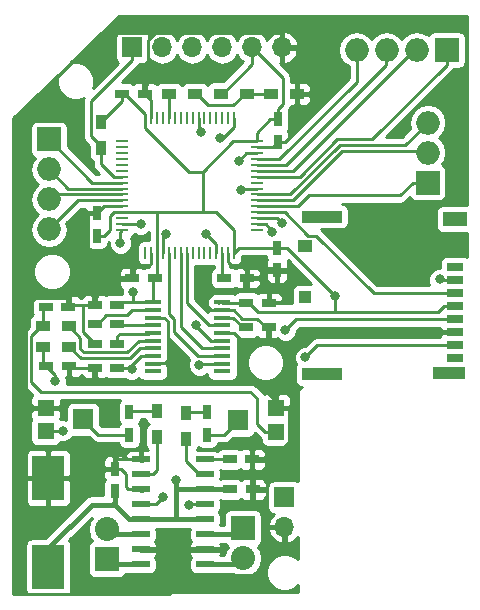
<source format=gtl>
G04 #@! TF.GenerationSoftware,KiCad,Pcbnew,no-vcs-found-7448~57~ubuntu16.04.1*
G04 #@! TF.CreationDate,2017-01-12T14:35:22+02:00*
G04 #@! TF.ProjectId,sd_wav_pcm5100,73645F7761765F70636D353130302E6B,rev?*
G04 #@! TF.FileFunction,Copper,L1,Top,Signal*
G04 #@! TF.FilePolarity,Positive*
%FSLAX46Y46*%
G04 Gerber Fmt 4.6, Leading zero omitted, Abs format (unit mm)*
G04 Created by KiCad (PCBNEW no-vcs-found-7448~57~ubuntu16.04.1) date Thu Jan 12 14:35:22 2017*
%MOMM*%
%LPD*%
G01*
G04 APERTURE LIST*
%ADD10C,0.100000*%
%ADD11C,0.800000*%
%ADD12R,1.700000X1.800000*%
%ADD13R,1.400000X1.400000*%
%ADD14R,1.700000X1.700000*%
%ADD15O,1.700000X1.700000*%
%ADD16R,1.200000X0.900000*%
%ADD17R,1.200000X0.750000*%
%ADD18R,0.750000X1.200000*%
%ADD19R,2.700000X3.750000*%
%ADD20O,1.998980X1.998980*%
%ADD21R,1.998980X1.998980*%
%ADD22R,2.032000X2.032000*%
%ADD23O,2.032000X2.032000*%
%ADD24R,0.250000X1.000000*%
%ADD25R,1.000000X0.250000*%
%ADD26R,1.450000X0.450000*%
%ADD27R,1.500000X0.500000*%
%ADD28R,1.400000X0.800000*%
%ADD29R,2.800000X1.000000*%
%ADD30R,3.400000X1.000000*%
%ADD31R,2.000000X1.200000*%
%ADD32R,1.200000X1.000000*%
%ADD33R,1.000000X1.000000*%
%ADD34R,0.900000X1.200000*%
%ADD35C,0.250000*%
%ADD36C,0.450000*%
%ADD37C,0.254000*%
G04 APERTURE END LIST*
D10*
D11*
X92300000Y-87220000D03*
X93300000Y-88220000D03*
X93300000Y-87220000D03*
X94300000Y-88220000D03*
X94300000Y-87220000D03*
X95300000Y-87220000D03*
X92300000Y-88220000D03*
X95300000Y-88220000D03*
X89290000Y-88210000D03*
X90290000Y-87210000D03*
X90290000Y-88210000D03*
X91290000Y-87210000D03*
X91290000Y-88210000D03*
X88290000Y-87210000D03*
X88290000Y-88210000D03*
X89290000Y-87210000D03*
X94790000Y-69830000D03*
X90790000Y-69830000D03*
X92790000Y-69830000D03*
X96790000Y-69830000D03*
X88790000Y-69830000D03*
X72750000Y-113800000D03*
X73750000Y-113800000D03*
X72750000Y-114800000D03*
X73750000Y-114800000D03*
X73750000Y-116800000D03*
X72750000Y-115800000D03*
X73750000Y-115800000D03*
X72750000Y-116800000D03*
D12*
X78796620Y-103242220D03*
D13*
X81997020Y-104217580D03*
X81999560Y-102249080D03*
D11*
X96990000Y-83610000D03*
X96990000Y-81610000D03*
X96990000Y-79610000D03*
X96990000Y-77610000D03*
X60680000Y-81430000D03*
X60680000Y-83430000D03*
X60680000Y-79430000D03*
X60680000Y-87430000D03*
X60680000Y-85430000D03*
X60160000Y-116510000D03*
X60160000Y-114510000D03*
X60160000Y-112510000D03*
X60160000Y-110510000D03*
X60160000Y-108510000D03*
X60160000Y-106510000D03*
X66070000Y-91040000D03*
X67070000Y-90040000D03*
X66070000Y-90040000D03*
X65070000Y-90040000D03*
X65070000Y-91040000D03*
X68070000Y-90040000D03*
X67070000Y-91040000D03*
X68070000Y-91040000D03*
X85620000Y-73180000D03*
X84620000Y-73180000D03*
X85620000Y-72180000D03*
X84620000Y-72180000D03*
X85620000Y-71180000D03*
X84620000Y-71180000D03*
X85620000Y-70180000D03*
X84620000Y-70180000D03*
D14*
X69820000Y-71700000D03*
D15*
X72360000Y-71700000D03*
X74900000Y-71700000D03*
X77440000Y-71700000D03*
X79980000Y-71700000D03*
X82520000Y-71700000D03*
D16*
X72950000Y-75625000D03*
X75150000Y-75625000D03*
D12*
X65693380Y-103175000D03*
D13*
X62492980Y-102199640D03*
X62490440Y-104168140D03*
D17*
X79525000Y-91225000D03*
X77625000Y-91225000D03*
D18*
X66825000Y-87625000D03*
X66825000Y-85725000D03*
D17*
X70875000Y-75600000D03*
X68975000Y-75600000D03*
D18*
X82100000Y-90575000D03*
X82100000Y-88675000D03*
D17*
X71750000Y-91250000D03*
X69850000Y-91250000D03*
D18*
X82150000Y-77800000D03*
X82150000Y-79700000D03*
D17*
X62525000Y-93650000D03*
X64425000Y-93650000D03*
X62550000Y-98700000D03*
X64450000Y-98700000D03*
D18*
X76175000Y-102600000D03*
X76175000Y-104500000D03*
D17*
X68575000Y-95125000D03*
X66675000Y-95125000D03*
X66650000Y-98825000D03*
X68550000Y-98825000D03*
X68550000Y-93525000D03*
X66650000Y-93525000D03*
X66675000Y-96775000D03*
X68575000Y-96775000D03*
X80025000Y-109125000D03*
X78125000Y-109125000D03*
X78075000Y-106575000D03*
X79975000Y-106575000D03*
X81400000Y-93325000D03*
X79500000Y-93325000D03*
D18*
X69600000Y-102575000D03*
X69600000Y-104475000D03*
X68350000Y-107375000D03*
X68350000Y-109275000D03*
D17*
X79475000Y-95400000D03*
X81375000Y-95400000D03*
D19*
X62725000Y-108175000D03*
X62725000Y-115725000D03*
D20*
X62775000Y-84565000D03*
X62775000Y-82025000D03*
D21*
X62775000Y-79485000D03*
D20*
X62775000Y-87105000D03*
X94850000Y-80600000D03*
D21*
X94850000Y-83140000D03*
D20*
X94850000Y-78060000D03*
X88845000Y-71900000D03*
D21*
X96465000Y-71900000D03*
D20*
X93925000Y-71900000D03*
X91385000Y-71900000D03*
D16*
X79525000Y-75600000D03*
X77325000Y-75600000D03*
X81600000Y-75625000D03*
X83800000Y-75625000D03*
D22*
X79200000Y-112410000D03*
D23*
X79200000Y-114950000D03*
X67675000Y-112500000D03*
D22*
X67675000Y-115040000D03*
D24*
X70950000Y-77700000D03*
X71450000Y-77700000D03*
X71950000Y-77700000D03*
X72450000Y-77700000D03*
X72950000Y-77700000D03*
X73450000Y-77700000D03*
X73950000Y-77700000D03*
X74450000Y-77700000D03*
X74950000Y-77700000D03*
X75450000Y-77700000D03*
X75950000Y-77700000D03*
X76450000Y-77700000D03*
X76950000Y-77700000D03*
X77450000Y-77700000D03*
X77950000Y-77700000D03*
X78450000Y-77700000D03*
D25*
X80400000Y-79650000D03*
X80400000Y-80150000D03*
X80400000Y-80650000D03*
X80400000Y-81150000D03*
X80400000Y-81650000D03*
X80400000Y-82150000D03*
X80400000Y-82650000D03*
X80400000Y-83150000D03*
X80400000Y-83650000D03*
X80400000Y-84150000D03*
X80400000Y-84650000D03*
X80400000Y-85150000D03*
X80400000Y-85650000D03*
X80400000Y-86150000D03*
X80400000Y-86650000D03*
X80400000Y-87150000D03*
D24*
X78450000Y-89100000D03*
X77950000Y-89100000D03*
X77450000Y-89100000D03*
X76950000Y-89100000D03*
X76450000Y-89100000D03*
X75950000Y-89100000D03*
X75450000Y-89100000D03*
X74950000Y-89100000D03*
X74450000Y-89100000D03*
X73950000Y-89100000D03*
X73450000Y-89100000D03*
X72950000Y-89100000D03*
X72450000Y-89100000D03*
X71950000Y-89100000D03*
X71450000Y-89100000D03*
X70950000Y-89100000D03*
D25*
X69000000Y-87150000D03*
X69000000Y-86650000D03*
X69000000Y-86150000D03*
X69000000Y-85650000D03*
X69000000Y-85150000D03*
X69000000Y-84650000D03*
X69000000Y-84150000D03*
X69000000Y-83650000D03*
X69000000Y-83150000D03*
X69000000Y-82650000D03*
X69000000Y-82150000D03*
X69000000Y-81650000D03*
X69000000Y-81150000D03*
X69000000Y-80650000D03*
X69000000Y-80150000D03*
X69000000Y-79650000D03*
D26*
X77470000Y-93280000D03*
X77470000Y-93930000D03*
X77470000Y-94580000D03*
X77470000Y-95230000D03*
X77470000Y-95880000D03*
X77470000Y-96530000D03*
X77470000Y-97180000D03*
X77470000Y-97830000D03*
X77470000Y-98480000D03*
X77470000Y-99130000D03*
X71570000Y-99130000D03*
X71570000Y-98480000D03*
X71570000Y-97830000D03*
X71570000Y-97180000D03*
X71570000Y-96530000D03*
X71570000Y-95880000D03*
X71570000Y-95230000D03*
X71570000Y-94580000D03*
X71570000Y-93930000D03*
X71570000Y-93280000D03*
D27*
X75984002Y-115470328D03*
X75984002Y-114200328D03*
X75984002Y-112930328D03*
X75984002Y-111660328D03*
X75984002Y-110390328D03*
X75984002Y-109120328D03*
X75984002Y-107850328D03*
X75984002Y-106580328D03*
X70584002Y-106580328D03*
X70584002Y-107850328D03*
X70584002Y-109120328D03*
X70584002Y-110390328D03*
X70584002Y-111660328D03*
X70584002Y-112930328D03*
X70584002Y-114200328D03*
X70584002Y-115470328D03*
D28*
X97161620Y-98016380D03*
X97161620Y-96916380D03*
X97161620Y-95816380D03*
X97161620Y-94716380D03*
X97161620Y-93616380D03*
X97161620Y-92516380D03*
X97161620Y-91416380D03*
X97161620Y-90316380D03*
D29*
X96661240Y-99288260D03*
D30*
X85884020Y-99374620D03*
X85891640Y-86015540D03*
D31*
X97136220Y-86241600D03*
D32*
X84497840Y-88521860D03*
D33*
X84419100Y-92789060D03*
D34*
X67175000Y-78000000D03*
X67175000Y-80200000D03*
D16*
X64450000Y-95300000D03*
X62250000Y-95300000D03*
X62275000Y-97025000D03*
X64475000Y-97025000D03*
D34*
X74375000Y-102625000D03*
X74375000Y-104825000D03*
X71950000Y-102475000D03*
X71950000Y-104675000D03*
D15*
X82720000Y-112320000D03*
D14*
X82720000Y-109780000D03*
D11*
X84535911Y-96322143D03*
X87000000Y-92730000D03*
X73540000Y-108350000D03*
X69910000Y-92410000D03*
X69784437Y-98954991D03*
X63310000Y-99980000D03*
X63960000Y-104140000D03*
X75685010Y-78875712D03*
X77277578Y-79374172D03*
X78840000Y-81310000D03*
X95850000Y-91330000D03*
X79028015Y-83738015D03*
X84490000Y-97940000D03*
X82480000Y-86540000D03*
X82800000Y-95630000D03*
X81700000Y-87350000D03*
X75520418Y-98600010D03*
X76110000Y-87500000D03*
X72725010Y-87507283D03*
X75230000Y-95240000D03*
X72470000Y-109780000D03*
X68830000Y-88290000D03*
X74603840Y-110436643D03*
X70550000Y-86650000D03*
D35*
X81330000Y-96850002D02*
X82010002Y-96850002D01*
X82010002Y-96850002D02*
X82884560Y-97724560D01*
X82884560Y-97724560D02*
X82884560Y-98119558D01*
X81999560Y-102249080D02*
X81999560Y-101659560D01*
X81999560Y-101659560D02*
X79720000Y-99380000D01*
X79720000Y-99380000D02*
X79370000Y-99380000D01*
X79975000Y-106575000D02*
X81585000Y-106575000D01*
X81585000Y-106575000D02*
X83072021Y-105087979D01*
X83072021Y-105087979D02*
X83072021Y-102371541D01*
X83072021Y-102371541D02*
X82949560Y-102249080D01*
X82949560Y-102249080D02*
X81999560Y-102249080D01*
X81230000Y-109160000D02*
X81230000Y-112350000D01*
X81230000Y-112350000D02*
X81230000Y-115360000D01*
X81487919Y-112350000D02*
X81230000Y-112350000D01*
X82720000Y-112320000D02*
X81517919Y-112320000D01*
X81517919Y-112320000D02*
X81487919Y-112350000D01*
X62725000Y-108175000D02*
X62725000Y-110505000D01*
X62725000Y-110505000D02*
X61650000Y-111580000D01*
X61650000Y-111580000D02*
X59860000Y-111580000D01*
X59775001Y-117975001D02*
X72927001Y-117975001D01*
X59860000Y-111580000D02*
X59730000Y-111710000D01*
X59730000Y-111710000D02*
X59730000Y-117930000D01*
X59730000Y-117930000D02*
X59775001Y-117975001D01*
X72927001Y-117975001D02*
X74561001Y-116341001D01*
X79559998Y-96850002D02*
X81330000Y-96850002D01*
X81375000Y-95400000D02*
X81375000Y-96805002D01*
X81375000Y-96805002D02*
X81330000Y-96850002D01*
X73915000Y-99600000D02*
X74355000Y-100040000D01*
X74355000Y-100040000D02*
X78710000Y-100040000D01*
X78710000Y-100040000D02*
X79370000Y-99380000D01*
X79370000Y-99380000D02*
X79370000Y-97040000D01*
X79370000Y-97040000D02*
X79559998Y-96850002D01*
X77470000Y-95880000D02*
X78445000Y-95880000D01*
X78445000Y-95880000D02*
X79425000Y-96860000D01*
X81370000Y-95620000D02*
X81150000Y-95400000D01*
X85041674Y-95816380D02*
X84535911Y-96322143D01*
X97161620Y-95816380D02*
X85041674Y-95816380D01*
X71771999Y-70474999D02*
X67155001Y-70474999D01*
X60799987Y-76830013D02*
X60799987Y-93725011D01*
X67155001Y-70474999D02*
X60799987Y-76830013D01*
X83800000Y-75625000D02*
X83800000Y-71700000D01*
X83800000Y-71700000D02*
X82520000Y-71700000D01*
X71771999Y-70474999D02*
X82304999Y-70474999D01*
X82304999Y-70474999D02*
X82520000Y-70690000D01*
X82520000Y-70690000D02*
X82520000Y-71700000D01*
X71570000Y-94580000D02*
X72545000Y-94580000D01*
X72545000Y-94580000D02*
X72820000Y-94855000D01*
X72820000Y-94855000D02*
X72820000Y-98205002D01*
X72820000Y-98205002D02*
X72670001Y-98355001D01*
X80025000Y-109125000D02*
X81195000Y-109125000D01*
X81195000Y-109125000D02*
X81230000Y-109160000D01*
X81230000Y-115360000D02*
X80248999Y-116341001D01*
X80248999Y-116341001D02*
X74561001Y-116341001D01*
X79525000Y-91225000D02*
X79520000Y-91220000D01*
X79520000Y-91220000D02*
X79520000Y-90380000D01*
X79520000Y-90380000D02*
X82090000Y-90380000D01*
X82090000Y-90380000D02*
X82100000Y-90370000D01*
X82100000Y-90370000D02*
X82100000Y-90575000D01*
X66825000Y-85725000D02*
X66780000Y-85680000D01*
X66780000Y-85680000D02*
X66150000Y-85680000D01*
X66150000Y-85680000D02*
X66074999Y-85755001D01*
X66074999Y-92324999D02*
X66650000Y-92900000D01*
X66074999Y-85755001D02*
X66074999Y-92324999D01*
X60799987Y-93725011D02*
X61624999Y-92899999D01*
X61624999Y-92899999D02*
X64189999Y-92899999D01*
X64189999Y-92899999D02*
X64425000Y-93135000D01*
X64425000Y-93135000D02*
X64425000Y-93650000D01*
X79065000Y-90140000D02*
X78215000Y-90140000D01*
X78215000Y-90140000D02*
X77950000Y-89875000D01*
X79525000Y-91225000D02*
X79525000Y-90600000D01*
X79525000Y-90600000D02*
X79065000Y-90140000D01*
X79300000Y-91225000D02*
X79300000Y-92270000D01*
X79300000Y-92270000D02*
X79250000Y-92320000D01*
X79250000Y-92320000D02*
X76804998Y-92320000D01*
X76804998Y-92320000D02*
X75970000Y-93154998D01*
X76495000Y-93930000D02*
X77470000Y-93930000D01*
X75970000Y-93154998D02*
X75970000Y-93405000D01*
X75970000Y-93405000D02*
X76495000Y-93930000D01*
X82100000Y-90575000D02*
X82100000Y-91800000D01*
X82100000Y-91800000D02*
X81400000Y-92500000D01*
X81400000Y-92500000D02*
X81400000Y-93325000D01*
X70584002Y-109120328D02*
X69470328Y-109120328D01*
X69470328Y-109120328D02*
X69280000Y-108930000D01*
X69280000Y-108930000D02*
X69280000Y-107810000D01*
X69280000Y-107810000D02*
X68845000Y-107375000D01*
X68845000Y-107375000D02*
X68350000Y-107375000D01*
X71330000Y-90100000D02*
X71450000Y-89980000D01*
X71450000Y-89980000D02*
X71450000Y-89100000D01*
X70375000Y-90100000D02*
X71330000Y-90100000D01*
X69850000Y-91250000D02*
X69850000Y-90625000D01*
X69850000Y-90625000D02*
X70375000Y-90100000D01*
X66650000Y-98825000D02*
X66650000Y-99450000D01*
X66650000Y-99450000D02*
X67220000Y-100020000D01*
X67220000Y-100020000D02*
X73495000Y-100020000D01*
X73495000Y-100020000D02*
X73915000Y-99600000D01*
X61542980Y-102199640D02*
X60700000Y-103042620D01*
X60700000Y-103042620D02*
X60700000Y-108175000D01*
X60700000Y-108175000D02*
X62725000Y-108175000D01*
X70584002Y-106580328D02*
X70528674Y-106525000D01*
X70528674Y-106525000D02*
X68525000Y-106525000D01*
X68525000Y-106525000D02*
X68350000Y-106700000D01*
X68350000Y-106700000D02*
X68350000Y-107375000D01*
X62725000Y-108175000D02*
X64895000Y-108175000D01*
X64895000Y-108175000D02*
X65695000Y-107375000D01*
X65695000Y-107375000D02*
X68350000Y-107375000D01*
X65699999Y-95799999D02*
X65699999Y-93584999D01*
X65699999Y-93584999D02*
X65640000Y-93525000D01*
X66675000Y-96775000D02*
X65699999Y-95799999D01*
X66650000Y-92900000D02*
X66650000Y-93525000D01*
X62492980Y-102199640D02*
X61542980Y-102199640D01*
X61542980Y-102199640D02*
X60799987Y-101456646D01*
X60799987Y-101456646D02*
X60799987Y-93725011D01*
X66650000Y-93525000D02*
X65640000Y-93525000D01*
X65640000Y-93525000D02*
X64550000Y-93525000D01*
X72670001Y-98355001D02*
X73915000Y-99600000D01*
X66650000Y-98825000D02*
X64575000Y-98825000D01*
X64575000Y-98825000D02*
X64450000Y-98700000D01*
X80400000Y-80150000D02*
X81700000Y-80150000D01*
X81700000Y-80150000D02*
X82150000Y-79700000D01*
X83800000Y-75625000D02*
X83800000Y-78675000D01*
X83800000Y-78675000D02*
X82775000Y-79700000D01*
X82775000Y-79700000D02*
X82150000Y-79700000D01*
X70875000Y-75600000D02*
X70875000Y-74975000D01*
X70875000Y-74975000D02*
X71134999Y-74715001D01*
X71134999Y-74715001D02*
X71134999Y-71111999D01*
X71134999Y-71111999D02*
X71771999Y-70474999D01*
X70584002Y-114200328D02*
X73310000Y-114200328D01*
X73310000Y-114200328D02*
X75984002Y-114200328D01*
X74561001Y-116341001D02*
X73310000Y-115090000D01*
X73310000Y-115090000D02*
X73310000Y-114200328D01*
X79975000Y-106575000D02*
X79975000Y-109075000D01*
X79975000Y-109075000D02*
X80025000Y-109125000D01*
X72670001Y-98355001D02*
X72595001Y-98430001D01*
X72595001Y-98430001D02*
X71570000Y-98430001D01*
X71570000Y-98430001D02*
X71570000Y-98480000D01*
X81150000Y-95400000D02*
X81375000Y-95400000D01*
X77470000Y-93930000D02*
X78445000Y-93930000D01*
X78445000Y-93930000D02*
X79164999Y-94649999D01*
X79164999Y-94649999D02*
X80399999Y-94649999D01*
X80399999Y-94649999D02*
X81150000Y-95400000D01*
X79525000Y-91225000D02*
X79300000Y-91225000D01*
X70875000Y-75600000D02*
X71450000Y-76175000D01*
X71450000Y-76175000D02*
X71450000Y-77700000D01*
X69000000Y-85150000D02*
X67400000Y-85150000D01*
X67400000Y-85150000D02*
X66825000Y-85725000D01*
X64550000Y-93525000D02*
X64425000Y-93650000D01*
X69850000Y-91250000D02*
X68300000Y-91250000D01*
X68300000Y-91250000D02*
X66650000Y-92900000D01*
X70075000Y-91250000D02*
X69850000Y-91250000D01*
X77950000Y-89100000D02*
X77950000Y-89875000D01*
X77625000Y-91225000D02*
X77450000Y-91050000D01*
X77450000Y-91050000D02*
X77450000Y-89100000D01*
X71950000Y-89100000D02*
X71950000Y-85690000D01*
X71950000Y-85690000D02*
X71910000Y-85650000D01*
X75800002Y-85650000D02*
X76957004Y-85650000D01*
X76957004Y-85650000D02*
X78450000Y-87142996D01*
X78450000Y-87142996D02*
X78450000Y-88725000D01*
X78450000Y-88725000D02*
X78450000Y-89100000D01*
X95752999Y-94075001D02*
X87000000Y-94075001D01*
X87000000Y-94075001D02*
X84832003Y-94075001D01*
X87000000Y-92730000D02*
X87000000Y-94075001D01*
X97161620Y-93616380D02*
X96211620Y-93616380D01*
X80499999Y-94075001D02*
X80424999Y-94000001D01*
X96211620Y-93616380D02*
X95752999Y-94075001D01*
X84087997Y-94075001D02*
X80499999Y-94075001D01*
X84832003Y-94075001D02*
X84832001Y-94074999D01*
X80424999Y-94000001D02*
X80400001Y-94000001D01*
X84832001Y-94074999D02*
X84087999Y-94074999D01*
X84087999Y-94074999D02*
X84087997Y-94075001D01*
X80400001Y-94000001D02*
X79725000Y-93325000D01*
X79725000Y-93325000D02*
X79500000Y-93325000D01*
X82945000Y-88675000D02*
X87000000Y-92730000D01*
X82100000Y-88675000D02*
X82945000Y-88675000D01*
X75800002Y-82212996D02*
X74662994Y-82212996D01*
X74662994Y-82212996D02*
X70950000Y-78500002D01*
X70950000Y-78500002D02*
X70950000Y-77700000D01*
D36*
X73540000Y-108350000D02*
X73540000Y-109120000D01*
X73540000Y-109120000D02*
X73540000Y-111560328D01*
X73540000Y-111560328D02*
X73440000Y-111660328D01*
X75984002Y-109120328D02*
X74984002Y-109120328D01*
X74983674Y-109120000D02*
X73540000Y-109120000D01*
X74984002Y-109120328D02*
X74983674Y-109120000D01*
X75984002Y-111660328D02*
X73440000Y-111660328D01*
X73440000Y-111660328D02*
X70584002Y-111660328D01*
D35*
X71570000Y-93280000D02*
X69910000Y-93280000D01*
X69910000Y-93280000D02*
X68795000Y-93280000D01*
X69910000Y-92410000D02*
X69910000Y-93280000D01*
X69672867Y-98954991D02*
X69784437Y-98954991D01*
X69542876Y-98825000D02*
X69672867Y-98954991D01*
X80400000Y-79650000D02*
X78362998Y-79650000D01*
X78362998Y-79650000D02*
X75800002Y-82212996D01*
X75800002Y-82212996D02*
X75800002Y-85650000D01*
X68795000Y-93280000D02*
X68550000Y-93525000D01*
X69000000Y-85650000D02*
X71910000Y-85650000D01*
X71910000Y-85650000D02*
X75800002Y-85650000D01*
D36*
X68350000Y-109275000D02*
X68350000Y-110220000D01*
X66390000Y-110420000D02*
X62725000Y-114085000D01*
X68150000Y-110420000D02*
X66390000Y-110420000D01*
X68350000Y-110220000D02*
X68150000Y-110420000D01*
D35*
X62725000Y-114085000D02*
X62725000Y-115243318D01*
X62725000Y-115243318D02*
X62725000Y-115725000D01*
X82150000Y-77800000D02*
X82150000Y-76950000D01*
X82150000Y-76950000D02*
X82575001Y-76524999D01*
X82575001Y-76524999D02*
X82575001Y-74295001D01*
X82575001Y-74295001D02*
X79980000Y-71700000D01*
X77325000Y-75600000D02*
X77475000Y-75600000D01*
D36*
X78125000Y-109125000D02*
X75988674Y-109125000D01*
D35*
X75988674Y-109125000D02*
X75984002Y-109120328D01*
D36*
X70584002Y-111660328D02*
X69584002Y-111660328D01*
X68350000Y-110426326D02*
X68350000Y-109275000D01*
X69584002Y-111660328D02*
X68350000Y-110426326D01*
D35*
X79500000Y-93325000D02*
X77515000Y-93325000D01*
X77515000Y-93325000D02*
X77470000Y-93280000D01*
X71570000Y-97830000D02*
X70537876Y-97830000D01*
X69542876Y-98825000D02*
X68550000Y-98825000D01*
X70537876Y-97830000D02*
X69542876Y-98825000D01*
X71570000Y-93280000D02*
X71570000Y-91430000D01*
X71570000Y-91430000D02*
X71750000Y-91250000D01*
X77175000Y-93325000D02*
X77125000Y-93275000D01*
X68975000Y-75600000D02*
X68975000Y-76225000D01*
X68975000Y-76225000D02*
X67200000Y-78000000D01*
X67200000Y-78000000D02*
X67175000Y-78000000D01*
X77475000Y-75600000D02*
X79980000Y-73095000D01*
X79980000Y-73095000D02*
X79980000Y-71700000D01*
X66825000Y-87625000D02*
X67450000Y-87625000D01*
X67450000Y-87625000D02*
X67950000Y-87125000D01*
X67950000Y-87125000D02*
X67950000Y-85950000D01*
X67950000Y-85950000D02*
X68250000Y-85650000D01*
X68250000Y-85650000D02*
X69000000Y-85650000D01*
X70950000Y-77700000D02*
X70950000Y-77325000D01*
X70950000Y-77325000D02*
X69225000Y-75600000D01*
X69225000Y-75600000D02*
X68975000Y-75600000D01*
X82150000Y-77800000D02*
X81525000Y-77800000D01*
X81525000Y-77800000D02*
X80400000Y-78925000D01*
X80400000Y-78925000D02*
X80400000Y-79650000D01*
X82100000Y-88675000D02*
X78875000Y-88675000D01*
X78875000Y-88675000D02*
X78450000Y-89100000D01*
X71750000Y-91250000D02*
X71950000Y-91050000D01*
X71950000Y-91050000D02*
X71950000Y-89100000D01*
X81997020Y-104217580D02*
X81047020Y-104217580D01*
X81047020Y-104217580D02*
X80380000Y-103550560D01*
X62100000Y-95300000D02*
X62250000Y-95300000D01*
X80380000Y-103550560D02*
X80380000Y-101405598D01*
X80380000Y-101405598D02*
X79844402Y-100870000D01*
X61299999Y-100019999D02*
X61299999Y-96100001D01*
X79844402Y-100870000D02*
X62150000Y-100870000D01*
X62150000Y-100870000D02*
X61299999Y-100019999D01*
X61299999Y-96100001D02*
X62100000Y-95300000D01*
X62475000Y-93700000D02*
X62525000Y-93650000D01*
X62250000Y-95300000D02*
X62250000Y-93925000D01*
X62250000Y-93925000D02*
X62525000Y-93650000D01*
X63310000Y-99980000D02*
X63310000Y-99460000D01*
X63310000Y-99460000D02*
X62550000Y-98700000D01*
X62490440Y-104168140D02*
X63931860Y-104168140D01*
X63931860Y-104168140D02*
X63960000Y-104140000D01*
X62275000Y-97025000D02*
X62275000Y-98425000D01*
X62275000Y-98425000D02*
X62550000Y-98700000D01*
X76175000Y-102600000D02*
X74400000Y-102600000D01*
X74400000Y-102600000D02*
X74375000Y-102625000D01*
X76175000Y-104500000D02*
X77588840Y-104500000D01*
X77588840Y-104500000D02*
X78796620Y-103292220D01*
X78796620Y-103292220D02*
X78796620Y-103242220D01*
X71225000Y-95225000D02*
X68675000Y-95225000D01*
X68675000Y-95225000D02*
X68575000Y-95125000D01*
X71225000Y-93925000D02*
X69800002Y-93925000D01*
X69800002Y-93925000D02*
X69350003Y-94374999D01*
X66900000Y-95125000D02*
X66675000Y-95125000D01*
X69350003Y-94374999D02*
X67650001Y-94374999D01*
X67650001Y-94374999D02*
X66900000Y-95125000D01*
X71225000Y-95875000D02*
X71180000Y-95920000D01*
X68575000Y-96150000D02*
X68575000Y-96775000D01*
X71180000Y-95920000D02*
X68805000Y-95920000D01*
X68805000Y-95920000D02*
X68575000Y-96150000D01*
X78075000Y-106575000D02*
X75989330Y-106575000D01*
X75989330Y-106575000D02*
X75984002Y-106580328D01*
X71950000Y-102475000D02*
X69700000Y-102475000D01*
X69700000Y-102475000D02*
X69600000Y-102575000D01*
X69600000Y-104475000D02*
X66943380Y-104475000D01*
X66943380Y-104475000D02*
X65693380Y-103225000D01*
X65693380Y-103225000D02*
X65693380Y-103175000D01*
X79207878Y-95400000D02*
X79475000Y-95400000D01*
X78387878Y-94580000D02*
X79207878Y-95400000D01*
X77470000Y-94580000D02*
X78387878Y-94580000D01*
X69000000Y-84150000D02*
X63190000Y-84150000D01*
X63190000Y-84150000D02*
X62775000Y-84565000D01*
X69000000Y-83650000D02*
X64400000Y-83650000D01*
X64400000Y-83650000D02*
X62775000Y-82025000D01*
X69000000Y-83150000D02*
X66440000Y-83150000D01*
X66440000Y-83150000D02*
X62775000Y-79485000D01*
X69000000Y-84650000D02*
X65200000Y-84650000D01*
X65200000Y-84650000D02*
X62775000Y-87075000D01*
X62775000Y-87075000D02*
X62775000Y-87105000D01*
X94850000Y-80600000D02*
X94720000Y-80470000D01*
X94720000Y-80470000D02*
X87590000Y-80470000D01*
X87590000Y-80470000D02*
X83410000Y-84650000D01*
X83410000Y-84650000D02*
X80400000Y-84650000D01*
X80400000Y-85150000D02*
X83887122Y-85150000D01*
X83887122Y-85150000D02*
X84807122Y-84230000D01*
X84807122Y-84230000D02*
X92510510Y-84230000D01*
X92510510Y-84230000D02*
X93600510Y-83140000D01*
X93600510Y-83140000D02*
X94850000Y-83140000D01*
X87382888Y-79969990D02*
X83202878Y-84150000D01*
X92940011Y-79969989D02*
X87382888Y-79969990D01*
X83202878Y-84150000D02*
X80400000Y-84150000D01*
X94850000Y-78060000D02*
X92940011Y-79969989D01*
X80400000Y-81150000D02*
X82300000Y-81150000D01*
X82300000Y-81150000D02*
X88845000Y-74605000D01*
X88845000Y-74605000D02*
X88845000Y-71900000D01*
X83995756Y-82650000D02*
X80400000Y-82650000D01*
X90144510Y-79469980D02*
X87175776Y-79469980D01*
X96465000Y-71900000D02*
X96465000Y-73149490D01*
X87175776Y-79469980D02*
X83995756Y-82650000D01*
X96465000Y-73149490D02*
X90144510Y-79469980D01*
X80400000Y-82150000D02*
X83450000Y-82150000D01*
X83450000Y-82150000D02*
X93700000Y-71900000D01*
X93700000Y-71900000D02*
X93925000Y-71900000D01*
X80400000Y-81650000D02*
X82850000Y-81650000D01*
X82850000Y-81650000D02*
X91320000Y-73180000D01*
X91320000Y-73180000D02*
X91320000Y-71965000D01*
X91320000Y-71965000D02*
X91385000Y-71900000D01*
X76265000Y-76590000D02*
X78385000Y-76590000D01*
X78385000Y-76590000D02*
X79375000Y-75600000D01*
X79375000Y-75600000D02*
X79525000Y-75600000D01*
X75300000Y-75625000D02*
X76265000Y-76590000D01*
X75150000Y-75625000D02*
X75300000Y-75625000D01*
X79525000Y-75600000D02*
X81575000Y-75600000D01*
X81575000Y-75600000D02*
X81600000Y-75625000D01*
X75450000Y-77700000D02*
X75450000Y-78640702D01*
X75450000Y-78640702D02*
X75685010Y-78875712D01*
X77525828Y-79374172D02*
X77277578Y-79374172D01*
X78450000Y-78450000D02*
X77525828Y-79374172D01*
X78450000Y-77700000D02*
X78450000Y-78450000D01*
X79500000Y-80650000D02*
X78840000Y-81310000D01*
X80400000Y-80650000D02*
X79500000Y-80650000D01*
X69820000Y-71700000D02*
X69820000Y-72800000D01*
X66349999Y-76270001D02*
X66349999Y-79224999D01*
X69820000Y-72800000D02*
X66349999Y-76270001D01*
X66349999Y-79224999D02*
X67175000Y-80050000D01*
X67175000Y-80050000D02*
X67175000Y-80200000D01*
X69000000Y-82650000D02*
X68250000Y-82650000D01*
X68250000Y-82650000D02*
X67175000Y-81575000D01*
X67175000Y-81575000D02*
X67175000Y-80200000D01*
D36*
X75984002Y-112930328D02*
X78679672Y-112930328D01*
X78679672Y-112930328D02*
X79200000Y-112410000D01*
X75984002Y-115470328D02*
X78679672Y-115470328D01*
X78679672Y-115470328D02*
X79200000Y-114950000D01*
X70584002Y-112930328D02*
X68105328Y-112930328D01*
X68105328Y-112930328D02*
X67675000Y-112500000D01*
X70584002Y-115470328D02*
X68105328Y-115470328D01*
X68105328Y-115470328D02*
X67675000Y-115040000D01*
D35*
X72950000Y-75625000D02*
X72950000Y-77700000D01*
X65450001Y-97200003D02*
X65450001Y-96300001D01*
X65774999Y-97525001D02*
X65450001Y-97200003D01*
X70428632Y-96525000D02*
X69428631Y-97525001D01*
X71225000Y-96525000D02*
X70428632Y-96525000D01*
X65450001Y-96300001D02*
X64450000Y-95300000D01*
X69428631Y-97525001D02*
X65774999Y-97525001D01*
X65475012Y-98025012D02*
X64475000Y-97025000D01*
X71570000Y-97180000D02*
X70480754Y-97180000D01*
X69635742Y-98025012D02*
X65475012Y-98025012D01*
X70480754Y-97180000D02*
X69635742Y-98025012D01*
X74375000Y-104825000D02*
X74375000Y-106741326D01*
X74375000Y-106741326D02*
X75484002Y-107850328D01*
X75484002Y-107850328D02*
X75984002Y-107850328D01*
X70584002Y-107850328D02*
X71584002Y-107850328D01*
X71950000Y-107484330D02*
X71950000Y-104675000D01*
X71584002Y-107850328D02*
X71950000Y-107484330D01*
X95936380Y-91416380D02*
X95850000Y-91330000D01*
X97161620Y-91416380D02*
X95936380Y-91416380D01*
X79116030Y-83650000D02*
X79028015Y-83738015D01*
X80400000Y-83650000D02*
X79116030Y-83650000D01*
X80400000Y-85650000D02*
X82737004Y-85650000D01*
X82737004Y-85650000D02*
X84727004Y-87640000D01*
X85390982Y-87640000D02*
X90267362Y-92516380D01*
X84727004Y-87640000D02*
X85390982Y-87640000D01*
X90267362Y-92516380D02*
X97161620Y-92516380D01*
X85513620Y-96916380D02*
X84490000Y-97940000D01*
X97161620Y-96916380D02*
X85513620Y-96916380D01*
X82090000Y-86150000D02*
X82480000Y-86540000D01*
X80400000Y-86150000D02*
X82090000Y-86150000D01*
X83713620Y-94716380D02*
X82800000Y-95630000D01*
X97161620Y-94716380D02*
X83713620Y-94716380D01*
X81150000Y-86650000D02*
X81700000Y-87200000D01*
X80400000Y-86650000D02*
X81150000Y-86650000D01*
X81700000Y-87200000D02*
X81700000Y-87350000D01*
X75640428Y-98480000D02*
X75520418Y-98600010D01*
X77470000Y-98480000D02*
X75640428Y-98480000D01*
X76110000Y-87500000D02*
X76950000Y-88340000D01*
X76950000Y-88340000D02*
X76950000Y-89100000D01*
X74450000Y-93312996D02*
X74450000Y-89100000D01*
X76362004Y-95225000D02*
X74450000Y-93312996D01*
X77125000Y-95225000D02*
X76362004Y-95225000D01*
X73950000Y-89100000D02*
X73950000Y-95370000D01*
X73950000Y-95370000D02*
X75755000Y-97175000D01*
X75755000Y-97175000D02*
X77125000Y-97175000D01*
X77125000Y-97825000D02*
X75385000Y-97825000D01*
X75385000Y-97825000D02*
X73390000Y-95830000D01*
X73390000Y-95830000D02*
X73390000Y-94717878D01*
X72950000Y-94277878D02*
X72950000Y-89100000D01*
X73390000Y-94717878D02*
X72950000Y-94277878D01*
X72450000Y-87782293D02*
X72725010Y-87507283D01*
X72450000Y-89100000D02*
X72450000Y-87782293D01*
X77470000Y-96530000D02*
X76495000Y-96530000D01*
X76495000Y-96530000D02*
X75230000Y-95265000D01*
X75230000Y-95265000D02*
X75230000Y-95240000D01*
X71859672Y-110390328D02*
X72470000Y-109780000D01*
X70584002Y-110390328D02*
X71859672Y-110390328D01*
X68830000Y-88290000D02*
X68830000Y-87320000D01*
X68830000Y-87320000D02*
X69000000Y-87150000D01*
X74650155Y-110390328D02*
X74603840Y-110436643D01*
X75984002Y-110390328D02*
X74650155Y-110390328D01*
X70550000Y-86650000D02*
X69000000Y-86650000D01*
D37*
G36*
X63463275Y-74234939D02*
X63462727Y-74862308D01*
X63702305Y-75442132D01*
X64145535Y-75886136D01*
X64724939Y-76126725D01*
X65352308Y-76127273D01*
X65718364Y-75976022D01*
X65701436Y-76001357D01*
X65647999Y-76270001D01*
X65647999Y-79224999D01*
X65701436Y-79493643D01*
X65801110Y-79642816D01*
X65853610Y-79721388D01*
X66136696Y-80004474D01*
X66136696Y-80800000D01*
X66181478Y-81025134D01*
X66309006Y-81215994D01*
X66473000Y-81325571D01*
X66473000Y-81575000D01*
X66526437Y-81843644D01*
X66631000Y-82000134D01*
X66678611Y-82071389D01*
X67055222Y-82448000D01*
X66730778Y-82448000D01*
X64362794Y-80080016D01*
X64362794Y-78485510D01*
X64318012Y-78260376D01*
X64190484Y-78069516D01*
X63999624Y-77941988D01*
X63774490Y-77897206D01*
X61775510Y-77897206D01*
X61550376Y-77941988D01*
X61359516Y-78069516D01*
X61231988Y-78260376D01*
X61187206Y-78485510D01*
X61187206Y-80484490D01*
X61231988Y-80709624D01*
X61359516Y-80900484D01*
X61550376Y-81028012D01*
X61559694Y-81029865D01*
X61318513Y-81390818D01*
X61198510Y-81994115D01*
X61198510Y-82055885D01*
X61318513Y-82659182D01*
X61660253Y-83170632D01*
X61846383Y-83295000D01*
X61660253Y-83419368D01*
X61318513Y-83930818D01*
X61198510Y-84534115D01*
X61198510Y-84595885D01*
X61318513Y-85199182D01*
X61660253Y-85710632D01*
X61846383Y-85835000D01*
X61660253Y-85959368D01*
X61318513Y-86470818D01*
X61198510Y-87074115D01*
X61198510Y-87135885D01*
X61318513Y-87739182D01*
X61660253Y-88250632D01*
X62171703Y-88592372D01*
X62775000Y-88712375D01*
X63378297Y-88592372D01*
X63889747Y-88250632D01*
X64231487Y-87739182D01*
X64351490Y-87135885D01*
X64351490Y-87074115D01*
X64254793Y-86587985D01*
X65490778Y-85352000D01*
X65873000Y-85352000D01*
X65873000Y-85482750D01*
X66017250Y-85627000D01*
X66727000Y-85627000D01*
X66727000Y-85607000D01*
X66923000Y-85607000D01*
X66923000Y-85627000D01*
X66943000Y-85627000D01*
X66943000Y-85823000D01*
X66923000Y-85823000D01*
X66923000Y-85843000D01*
X66727000Y-85843000D01*
X66727000Y-85823000D01*
X66017250Y-85823000D01*
X65873000Y-85967250D01*
X65873000Y-86439772D01*
X65960843Y-86651844D01*
X65987543Y-86678544D01*
X65906478Y-86799866D01*
X65861696Y-87025000D01*
X65861696Y-88225000D01*
X65906478Y-88450134D01*
X66034006Y-88640994D01*
X66224866Y-88768522D01*
X66450000Y-88813304D01*
X67200000Y-88813304D01*
X67425134Y-88768522D01*
X67615994Y-88640994D01*
X67743522Y-88450134D01*
X67787841Y-88227327D01*
X67853092Y-88183728D01*
X67852830Y-88483485D01*
X68001256Y-88842703D01*
X68275851Y-89117778D01*
X68634810Y-89266830D01*
X69023485Y-89267170D01*
X69382703Y-89118744D01*
X69657778Y-88844149D01*
X69806830Y-88485190D01*
X69807170Y-88096515D01*
X69694799Y-87824556D01*
X69725134Y-87818522D01*
X69915994Y-87690994D01*
X70043522Y-87500134D01*
X70043993Y-87497768D01*
X70354810Y-87626830D01*
X70743485Y-87627170D01*
X71102703Y-87478744D01*
X71248000Y-87333701D01*
X71248000Y-88027750D01*
X71243250Y-88023000D01*
X71210227Y-88023000D01*
X71184793Y-88033535D01*
X71075000Y-88011696D01*
X70825000Y-88011696D01*
X70599866Y-88056478D01*
X70409006Y-88184006D01*
X70281478Y-88374866D01*
X70236696Y-88600000D01*
X70236696Y-89600000D01*
X70281478Y-89825134D01*
X70409006Y-90015994D01*
X70599866Y-90143522D01*
X70825000Y-90188304D01*
X71075000Y-90188304D01*
X71184793Y-90166465D01*
X71210227Y-90177000D01*
X71243250Y-90177000D01*
X71248000Y-90172250D01*
X71248000Y-90286696D01*
X71150000Y-90286696D01*
X70924866Y-90331478D01*
X70803544Y-90412543D01*
X70776844Y-90385843D01*
X70564772Y-90298000D01*
X70092250Y-90298000D01*
X69948000Y-90442250D01*
X69948000Y-91152000D01*
X69968000Y-91152000D01*
X69968000Y-91348000D01*
X69948000Y-91348000D01*
X69948000Y-91368000D01*
X69752000Y-91368000D01*
X69752000Y-91348000D01*
X68817250Y-91348000D01*
X68673000Y-91492250D01*
X68673000Y-91739773D01*
X68760843Y-91951845D01*
X68923156Y-92114157D01*
X68967361Y-92132467D01*
X68933170Y-92214810D01*
X68932867Y-92561696D01*
X67950000Y-92561696D01*
X67724866Y-92606478D01*
X67603544Y-92687543D01*
X67576844Y-92660843D01*
X67364772Y-92573000D01*
X66892250Y-92573000D01*
X66748000Y-92717250D01*
X66748000Y-93427000D01*
X66768000Y-93427000D01*
X66768000Y-93623000D01*
X66748000Y-93623000D01*
X66748000Y-93643000D01*
X66552000Y-93643000D01*
X66552000Y-93623000D01*
X66532000Y-93623000D01*
X66532000Y-93427000D01*
X66552000Y-93427000D01*
X66552000Y-92717250D01*
X66407750Y-92573000D01*
X65935228Y-92573000D01*
X65723156Y-92660843D01*
X65560843Y-92823155D01*
X65510557Y-92944555D01*
X65351844Y-92785843D01*
X65139772Y-92698000D01*
X64667250Y-92698000D01*
X64523000Y-92842250D01*
X64523000Y-93552000D01*
X64543000Y-93552000D01*
X64543000Y-93748000D01*
X64523000Y-93748000D01*
X64523000Y-93768000D01*
X64327000Y-93768000D01*
X64327000Y-93748000D01*
X64307000Y-93748000D01*
X64307000Y-93552000D01*
X64327000Y-93552000D01*
X64327000Y-92842250D01*
X64182750Y-92698000D01*
X63710228Y-92698000D01*
X63498156Y-92785843D01*
X63471456Y-92812543D01*
X63350134Y-92731478D01*
X63125000Y-92686696D01*
X61925000Y-92686696D01*
X61699866Y-92731478D01*
X61509006Y-92859006D01*
X61381478Y-93049866D01*
X61336696Y-93275000D01*
X61336696Y-94025000D01*
X61381478Y-94250134D01*
X61420897Y-94309130D01*
X61234006Y-94434006D01*
X61106478Y-94624866D01*
X61061696Y-94850000D01*
X61061696Y-95345526D01*
X60803610Y-95603612D01*
X60651436Y-95831357D01*
X60597999Y-96100001D01*
X60597999Y-100019999D01*
X60651436Y-100288643D01*
X60739692Y-100420728D01*
X60803610Y-100516388D01*
X61381920Y-101094698D01*
X61303823Y-101172796D01*
X61215980Y-101384868D01*
X61215980Y-101957390D01*
X61360230Y-102101640D01*
X62394980Y-102101640D01*
X62394980Y-102081640D01*
X62590980Y-102081640D01*
X62590980Y-102101640D01*
X63625730Y-102101640D01*
X63769980Y-101957390D01*
X63769980Y-101572000D01*
X68800324Y-101572000D01*
X68681478Y-101749866D01*
X68636696Y-101975000D01*
X68636696Y-103175000D01*
X68681478Y-103400134D01*
X68764910Y-103525000D01*
X68681478Y-103649866D01*
X68656985Y-103773000D01*
X67234158Y-103773000D01*
X67131684Y-103670526D01*
X67131684Y-102275000D01*
X67086902Y-102049866D01*
X66959374Y-101859006D01*
X66768514Y-101731478D01*
X66543380Y-101686696D01*
X64843380Y-101686696D01*
X64618246Y-101731478D01*
X64427386Y-101859006D01*
X64299858Y-102049866D01*
X64255076Y-102275000D01*
X64255076Y-103204646D01*
X64155190Y-103163170D01*
X63766515Y-103162830D01*
X63699024Y-103190717D01*
X63697745Y-103188803D01*
X63769980Y-103014412D01*
X63769980Y-102441890D01*
X63625730Y-102297640D01*
X62590980Y-102297640D01*
X62590980Y-102317640D01*
X62394980Y-102317640D01*
X62394980Y-102297640D01*
X61360230Y-102297640D01*
X61215980Y-102441890D01*
X61215980Y-103014412D01*
X61286271Y-103184110D01*
X61246918Y-103243006D01*
X61202136Y-103468140D01*
X61202136Y-104868140D01*
X61246918Y-105093274D01*
X61374446Y-105284134D01*
X61565306Y-105411662D01*
X61790440Y-105456444D01*
X63190440Y-105456444D01*
X63415574Y-105411662D01*
X63606434Y-105284134D01*
X63728341Y-105101687D01*
X63764810Y-105116830D01*
X64153485Y-105117170D01*
X64512703Y-104968744D01*
X64787778Y-104694149D01*
X64803851Y-104655441D01*
X64843380Y-104663304D01*
X66138906Y-104663304D01*
X66446991Y-104971389D01*
X66674736Y-105123563D01*
X66943380Y-105177000D01*
X68656985Y-105177000D01*
X68681478Y-105300134D01*
X68809006Y-105490994D01*
X68999866Y-105618522D01*
X69225000Y-105663304D01*
X69975000Y-105663304D01*
X70200134Y-105618522D01*
X70390994Y-105490994D01*
X70518522Y-105300134D01*
X70563304Y-105075000D01*
X70563304Y-103875000D01*
X70518522Y-103649866D01*
X70435090Y-103525000D01*
X70518522Y-103400134D01*
X70562906Y-103177000D01*
X70931985Y-103177000D01*
X70956478Y-103300134D01*
X71084006Y-103490994D01*
X71209730Y-103575000D01*
X71084006Y-103659006D01*
X70956478Y-103849866D01*
X70911696Y-104075000D01*
X70911696Y-105275000D01*
X70956478Y-105500134D01*
X71084006Y-105690994D01*
X71177296Y-105753328D01*
X70826252Y-105753328D01*
X70682002Y-105897578D01*
X70682002Y-106482328D01*
X70702002Y-106482328D01*
X70702002Y-106678328D01*
X70682002Y-106678328D01*
X70682002Y-106698328D01*
X70486002Y-106698328D01*
X70486002Y-106678328D01*
X70466002Y-106678328D01*
X70466002Y-106482328D01*
X70486002Y-106482328D01*
X70486002Y-105897578D01*
X70341752Y-105753328D01*
X69719229Y-105753328D01*
X69507157Y-105841171D01*
X69344845Y-106003484D01*
X69257002Y-106215556D01*
X69257002Y-106338078D01*
X69401250Y-106482326D01*
X69257002Y-106482326D01*
X69257002Y-106551593D01*
X69214157Y-106448156D01*
X69051845Y-106285843D01*
X68839773Y-106198000D01*
X68592250Y-106198000D01*
X68448000Y-106342250D01*
X68448000Y-107277000D01*
X68468000Y-107277000D01*
X68468000Y-107473000D01*
X68448000Y-107473000D01*
X68448000Y-107493000D01*
X68252000Y-107493000D01*
X68252000Y-107473000D01*
X67542250Y-107473000D01*
X67398000Y-107617250D01*
X67398000Y-108089772D01*
X67485843Y-108301844D01*
X67512543Y-108328544D01*
X67431478Y-108449866D01*
X67386696Y-108675000D01*
X67386696Y-109618000D01*
X66390005Y-109618000D01*
X66390000Y-109617999D01*
X66083088Y-109679049D01*
X65822900Y-109852900D01*
X65822898Y-109852903D01*
X62414104Y-113261696D01*
X61375000Y-113261696D01*
X61149866Y-113306478D01*
X60959006Y-113434006D01*
X60831478Y-113624866D01*
X60786696Y-113850000D01*
X60786696Y-117600000D01*
X60821108Y-117773000D01*
X59752000Y-117773000D01*
X59752000Y-108417250D01*
X60798000Y-108417250D01*
X60798000Y-110164772D01*
X60885843Y-110376844D01*
X61048155Y-110539157D01*
X61260227Y-110627000D01*
X62482750Y-110627000D01*
X62627000Y-110482750D01*
X62627000Y-108273000D01*
X62823000Y-108273000D01*
X62823000Y-110482750D01*
X62967250Y-110627000D01*
X64189773Y-110627000D01*
X64401845Y-110539157D01*
X64564157Y-110376844D01*
X64652000Y-110164772D01*
X64652000Y-108417250D01*
X64507750Y-108273000D01*
X62823000Y-108273000D01*
X62627000Y-108273000D01*
X60942250Y-108273000D01*
X60798000Y-108417250D01*
X59752000Y-108417250D01*
X59752000Y-106185228D01*
X60798000Y-106185228D01*
X60798000Y-107932750D01*
X60942250Y-108077000D01*
X62627000Y-108077000D01*
X62627000Y-105867250D01*
X62823000Y-105867250D01*
X62823000Y-108077000D01*
X64507750Y-108077000D01*
X64652000Y-107932750D01*
X64652000Y-106660228D01*
X67398000Y-106660228D01*
X67398000Y-107132750D01*
X67542250Y-107277000D01*
X68252000Y-107277000D01*
X68252000Y-106342250D01*
X68107750Y-106198000D01*
X67860227Y-106198000D01*
X67648155Y-106285843D01*
X67485843Y-106448156D01*
X67398000Y-106660228D01*
X64652000Y-106660228D01*
X64652000Y-106185228D01*
X64564157Y-105973156D01*
X64401845Y-105810843D01*
X64189773Y-105723000D01*
X62967250Y-105723000D01*
X62823000Y-105867250D01*
X62627000Y-105867250D01*
X62482750Y-105723000D01*
X61260227Y-105723000D01*
X61048155Y-105810843D01*
X60885843Y-105973156D01*
X60798000Y-106185228D01*
X59752000Y-106185228D01*
X59752000Y-90992308D01*
X61462727Y-90992308D01*
X61702305Y-91572132D01*
X62145535Y-92016136D01*
X62724939Y-92256725D01*
X63352308Y-92257273D01*
X63932132Y-92017695D01*
X64376136Y-91574465D01*
X64616725Y-90995061D01*
X64616930Y-90760227D01*
X68673000Y-90760227D01*
X68673000Y-91007750D01*
X68817250Y-91152000D01*
X69752000Y-91152000D01*
X69752000Y-90442250D01*
X69607750Y-90298000D01*
X69135228Y-90298000D01*
X68923156Y-90385843D01*
X68760843Y-90548155D01*
X68673000Y-90760227D01*
X64616930Y-90760227D01*
X64617273Y-90367692D01*
X64377695Y-89787868D01*
X63934465Y-89343864D01*
X63355061Y-89103275D01*
X62727692Y-89102727D01*
X62147868Y-89342305D01*
X61703864Y-89785535D01*
X61463275Y-90364939D01*
X61462727Y-90992308D01*
X59752000Y-90992308D01*
X59752000Y-77643270D01*
X63555941Y-74011775D01*
X63463275Y-74234939D01*
X63463275Y-74234939D01*
G37*
X63463275Y-74234939D02*
X63462727Y-74862308D01*
X63702305Y-75442132D01*
X64145535Y-75886136D01*
X64724939Y-76126725D01*
X65352308Y-76127273D01*
X65718364Y-75976022D01*
X65701436Y-76001357D01*
X65647999Y-76270001D01*
X65647999Y-79224999D01*
X65701436Y-79493643D01*
X65801110Y-79642816D01*
X65853610Y-79721388D01*
X66136696Y-80004474D01*
X66136696Y-80800000D01*
X66181478Y-81025134D01*
X66309006Y-81215994D01*
X66473000Y-81325571D01*
X66473000Y-81575000D01*
X66526437Y-81843644D01*
X66631000Y-82000134D01*
X66678611Y-82071389D01*
X67055222Y-82448000D01*
X66730778Y-82448000D01*
X64362794Y-80080016D01*
X64362794Y-78485510D01*
X64318012Y-78260376D01*
X64190484Y-78069516D01*
X63999624Y-77941988D01*
X63774490Y-77897206D01*
X61775510Y-77897206D01*
X61550376Y-77941988D01*
X61359516Y-78069516D01*
X61231988Y-78260376D01*
X61187206Y-78485510D01*
X61187206Y-80484490D01*
X61231988Y-80709624D01*
X61359516Y-80900484D01*
X61550376Y-81028012D01*
X61559694Y-81029865D01*
X61318513Y-81390818D01*
X61198510Y-81994115D01*
X61198510Y-82055885D01*
X61318513Y-82659182D01*
X61660253Y-83170632D01*
X61846383Y-83295000D01*
X61660253Y-83419368D01*
X61318513Y-83930818D01*
X61198510Y-84534115D01*
X61198510Y-84595885D01*
X61318513Y-85199182D01*
X61660253Y-85710632D01*
X61846383Y-85835000D01*
X61660253Y-85959368D01*
X61318513Y-86470818D01*
X61198510Y-87074115D01*
X61198510Y-87135885D01*
X61318513Y-87739182D01*
X61660253Y-88250632D01*
X62171703Y-88592372D01*
X62775000Y-88712375D01*
X63378297Y-88592372D01*
X63889747Y-88250632D01*
X64231487Y-87739182D01*
X64351490Y-87135885D01*
X64351490Y-87074115D01*
X64254793Y-86587985D01*
X65490778Y-85352000D01*
X65873000Y-85352000D01*
X65873000Y-85482750D01*
X66017250Y-85627000D01*
X66727000Y-85627000D01*
X66727000Y-85607000D01*
X66923000Y-85607000D01*
X66923000Y-85627000D01*
X66943000Y-85627000D01*
X66943000Y-85823000D01*
X66923000Y-85823000D01*
X66923000Y-85843000D01*
X66727000Y-85843000D01*
X66727000Y-85823000D01*
X66017250Y-85823000D01*
X65873000Y-85967250D01*
X65873000Y-86439772D01*
X65960843Y-86651844D01*
X65987543Y-86678544D01*
X65906478Y-86799866D01*
X65861696Y-87025000D01*
X65861696Y-88225000D01*
X65906478Y-88450134D01*
X66034006Y-88640994D01*
X66224866Y-88768522D01*
X66450000Y-88813304D01*
X67200000Y-88813304D01*
X67425134Y-88768522D01*
X67615994Y-88640994D01*
X67743522Y-88450134D01*
X67787841Y-88227327D01*
X67853092Y-88183728D01*
X67852830Y-88483485D01*
X68001256Y-88842703D01*
X68275851Y-89117778D01*
X68634810Y-89266830D01*
X69023485Y-89267170D01*
X69382703Y-89118744D01*
X69657778Y-88844149D01*
X69806830Y-88485190D01*
X69807170Y-88096515D01*
X69694799Y-87824556D01*
X69725134Y-87818522D01*
X69915994Y-87690994D01*
X70043522Y-87500134D01*
X70043993Y-87497768D01*
X70354810Y-87626830D01*
X70743485Y-87627170D01*
X71102703Y-87478744D01*
X71248000Y-87333701D01*
X71248000Y-88027750D01*
X71243250Y-88023000D01*
X71210227Y-88023000D01*
X71184793Y-88033535D01*
X71075000Y-88011696D01*
X70825000Y-88011696D01*
X70599866Y-88056478D01*
X70409006Y-88184006D01*
X70281478Y-88374866D01*
X70236696Y-88600000D01*
X70236696Y-89600000D01*
X70281478Y-89825134D01*
X70409006Y-90015994D01*
X70599866Y-90143522D01*
X70825000Y-90188304D01*
X71075000Y-90188304D01*
X71184793Y-90166465D01*
X71210227Y-90177000D01*
X71243250Y-90177000D01*
X71248000Y-90172250D01*
X71248000Y-90286696D01*
X71150000Y-90286696D01*
X70924866Y-90331478D01*
X70803544Y-90412543D01*
X70776844Y-90385843D01*
X70564772Y-90298000D01*
X70092250Y-90298000D01*
X69948000Y-90442250D01*
X69948000Y-91152000D01*
X69968000Y-91152000D01*
X69968000Y-91348000D01*
X69948000Y-91348000D01*
X69948000Y-91368000D01*
X69752000Y-91368000D01*
X69752000Y-91348000D01*
X68817250Y-91348000D01*
X68673000Y-91492250D01*
X68673000Y-91739773D01*
X68760843Y-91951845D01*
X68923156Y-92114157D01*
X68967361Y-92132467D01*
X68933170Y-92214810D01*
X68932867Y-92561696D01*
X67950000Y-92561696D01*
X67724866Y-92606478D01*
X67603544Y-92687543D01*
X67576844Y-92660843D01*
X67364772Y-92573000D01*
X66892250Y-92573000D01*
X66748000Y-92717250D01*
X66748000Y-93427000D01*
X66768000Y-93427000D01*
X66768000Y-93623000D01*
X66748000Y-93623000D01*
X66748000Y-93643000D01*
X66552000Y-93643000D01*
X66552000Y-93623000D01*
X66532000Y-93623000D01*
X66532000Y-93427000D01*
X66552000Y-93427000D01*
X66552000Y-92717250D01*
X66407750Y-92573000D01*
X65935228Y-92573000D01*
X65723156Y-92660843D01*
X65560843Y-92823155D01*
X65510557Y-92944555D01*
X65351844Y-92785843D01*
X65139772Y-92698000D01*
X64667250Y-92698000D01*
X64523000Y-92842250D01*
X64523000Y-93552000D01*
X64543000Y-93552000D01*
X64543000Y-93748000D01*
X64523000Y-93748000D01*
X64523000Y-93768000D01*
X64327000Y-93768000D01*
X64327000Y-93748000D01*
X64307000Y-93748000D01*
X64307000Y-93552000D01*
X64327000Y-93552000D01*
X64327000Y-92842250D01*
X64182750Y-92698000D01*
X63710228Y-92698000D01*
X63498156Y-92785843D01*
X63471456Y-92812543D01*
X63350134Y-92731478D01*
X63125000Y-92686696D01*
X61925000Y-92686696D01*
X61699866Y-92731478D01*
X61509006Y-92859006D01*
X61381478Y-93049866D01*
X61336696Y-93275000D01*
X61336696Y-94025000D01*
X61381478Y-94250134D01*
X61420897Y-94309130D01*
X61234006Y-94434006D01*
X61106478Y-94624866D01*
X61061696Y-94850000D01*
X61061696Y-95345526D01*
X60803610Y-95603612D01*
X60651436Y-95831357D01*
X60597999Y-96100001D01*
X60597999Y-100019999D01*
X60651436Y-100288643D01*
X60739692Y-100420728D01*
X60803610Y-100516388D01*
X61381920Y-101094698D01*
X61303823Y-101172796D01*
X61215980Y-101384868D01*
X61215980Y-101957390D01*
X61360230Y-102101640D01*
X62394980Y-102101640D01*
X62394980Y-102081640D01*
X62590980Y-102081640D01*
X62590980Y-102101640D01*
X63625730Y-102101640D01*
X63769980Y-101957390D01*
X63769980Y-101572000D01*
X68800324Y-101572000D01*
X68681478Y-101749866D01*
X68636696Y-101975000D01*
X68636696Y-103175000D01*
X68681478Y-103400134D01*
X68764910Y-103525000D01*
X68681478Y-103649866D01*
X68656985Y-103773000D01*
X67234158Y-103773000D01*
X67131684Y-103670526D01*
X67131684Y-102275000D01*
X67086902Y-102049866D01*
X66959374Y-101859006D01*
X66768514Y-101731478D01*
X66543380Y-101686696D01*
X64843380Y-101686696D01*
X64618246Y-101731478D01*
X64427386Y-101859006D01*
X64299858Y-102049866D01*
X64255076Y-102275000D01*
X64255076Y-103204646D01*
X64155190Y-103163170D01*
X63766515Y-103162830D01*
X63699024Y-103190717D01*
X63697745Y-103188803D01*
X63769980Y-103014412D01*
X63769980Y-102441890D01*
X63625730Y-102297640D01*
X62590980Y-102297640D01*
X62590980Y-102317640D01*
X62394980Y-102317640D01*
X62394980Y-102297640D01*
X61360230Y-102297640D01*
X61215980Y-102441890D01*
X61215980Y-103014412D01*
X61286271Y-103184110D01*
X61246918Y-103243006D01*
X61202136Y-103468140D01*
X61202136Y-104868140D01*
X61246918Y-105093274D01*
X61374446Y-105284134D01*
X61565306Y-105411662D01*
X61790440Y-105456444D01*
X63190440Y-105456444D01*
X63415574Y-105411662D01*
X63606434Y-105284134D01*
X63728341Y-105101687D01*
X63764810Y-105116830D01*
X64153485Y-105117170D01*
X64512703Y-104968744D01*
X64787778Y-104694149D01*
X64803851Y-104655441D01*
X64843380Y-104663304D01*
X66138906Y-104663304D01*
X66446991Y-104971389D01*
X66674736Y-105123563D01*
X66943380Y-105177000D01*
X68656985Y-105177000D01*
X68681478Y-105300134D01*
X68809006Y-105490994D01*
X68999866Y-105618522D01*
X69225000Y-105663304D01*
X69975000Y-105663304D01*
X70200134Y-105618522D01*
X70390994Y-105490994D01*
X70518522Y-105300134D01*
X70563304Y-105075000D01*
X70563304Y-103875000D01*
X70518522Y-103649866D01*
X70435090Y-103525000D01*
X70518522Y-103400134D01*
X70562906Y-103177000D01*
X70931985Y-103177000D01*
X70956478Y-103300134D01*
X71084006Y-103490994D01*
X71209730Y-103575000D01*
X71084006Y-103659006D01*
X70956478Y-103849866D01*
X70911696Y-104075000D01*
X70911696Y-105275000D01*
X70956478Y-105500134D01*
X71084006Y-105690994D01*
X71177296Y-105753328D01*
X70826252Y-105753328D01*
X70682002Y-105897578D01*
X70682002Y-106482328D01*
X70702002Y-106482328D01*
X70702002Y-106678328D01*
X70682002Y-106678328D01*
X70682002Y-106698328D01*
X70486002Y-106698328D01*
X70486002Y-106678328D01*
X70466002Y-106678328D01*
X70466002Y-106482328D01*
X70486002Y-106482328D01*
X70486002Y-105897578D01*
X70341752Y-105753328D01*
X69719229Y-105753328D01*
X69507157Y-105841171D01*
X69344845Y-106003484D01*
X69257002Y-106215556D01*
X69257002Y-106338078D01*
X69401250Y-106482326D01*
X69257002Y-106482326D01*
X69257002Y-106551593D01*
X69214157Y-106448156D01*
X69051845Y-106285843D01*
X68839773Y-106198000D01*
X68592250Y-106198000D01*
X68448000Y-106342250D01*
X68448000Y-107277000D01*
X68468000Y-107277000D01*
X68468000Y-107473000D01*
X68448000Y-107473000D01*
X68448000Y-107493000D01*
X68252000Y-107493000D01*
X68252000Y-107473000D01*
X67542250Y-107473000D01*
X67398000Y-107617250D01*
X67398000Y-108089772D01*
X67485843Y-108301844D01*
X67512543Y-108328544D01*
X67431478Y-108449866D01*
X67386696Y-108675000D01*
X67386696Y-109618000D01*
X66390005Y-109618000D01*
X66390000Y-109617999D01*
X66083088Y-109679049D01*
X65822900Y-109852900D01*
X65822898Y-109852903D01*
X62414104Y-113261696D01*
X61375000Y-113261696D01*
X61149866Y-113306478D01*
X60959006Y-113434006D01*
X60831478Y-113624866D01*
X60786696Y-113850000D01*
X60786696Y-117600000D01*
X60821108Y-117773000D01*
X59752000Y-117773000D01*
X59752000Y-108417250D01*
X60798000Y-108417250D01*
X60798000Y-110164772D01*
X60885843Y-110376844D01*
X61048155Y-110539157D01*
X61260227Y-110627000D01*
X62482750Y-110627000D01*
X62627000Y-110482750D01*
X62627000Y-108273000D01*
X62823000Y-108273000D01*
X62823000Y-110482750D01*
X62967250Y-110627000D01*
X64189773Y-110627000D01*
X64401845Y-110539157D01*
X64564157Y-110376844D01*
X64652000Y-110164772D01*
X64652000Y-108417250D01*
X64507750Y-108273000D01*
X62823000Y-108273000D01*
X62627000Y-108273000D01*
X60942250Y-108273000D01*
X60798000Y-108417250D01*
X59752000Y-108417250D01*
X59752000Y-106185228D01*
X60798000Y-106185228D01*
X60798000Y-107932750D01*
X60942250Y-108077000D01*
X62627000Y-108077000D01*
X62627000Y-105867250D01*
X62823000Y-105867250D01*
X62823000Y-108077000D01*
X64507750Y-108077000D01*
X64652000Y-107932750D01*
X64652000Y-106660228D01*
X67398000Y-106660228D01*
X67398000Y-107132750D01*
X67542250Y-107277000D01*
X68252000Y-107277000D01*
X68252000Y-106342250D01*
X68107750Y-106198000D01*
X67860227Y-106198000D01*
X67648155Y-106285843D01*
X67485843Y-106448156D01*
X67398000Y-106660228D01*
X64652000Y-106660228D01*
X64652000Y-106185228D01*
X64564157Y-105973156D01*
X64401845Y-105810843D01*
X64189773Y-105723000D01*
X62967250Y-105723000D01*
X62823000Y-105867250D01*
X62627000Y-105867250D01*
X62482750Y-105723000D01*
X61260227Y-105723000D01*
X61048155Y-105810843D01*
X60885843Y-105973156D01*
X60798000Y-106185228D01*
X59752000Y-106185228D01*
X59752000Y-90992308D01*
X61462727Y-90992308D01*
X61702305Y-91572132D01*
X62145535Y-92016136D01*
X62724939Y-92256725D01*
X63352308Y-92257273D01*
X63932132Y-92017695D01*
X64376136Y-91574465D01*
X64616725Y-90995061D01*
X64616930Y-90760227D01*
X68673000Y-90760227D01*
X68673000Y-91007750D01*
X68817250Y-91152000D01*
X69752000Y-91152000D01*
X69752000Y-90442250D01*
X69607750Y-90298000D01*
X69135228Y-90298000D01*
X68923156Y-90385843D01*
X68760843Y-90548155D01*
X68673000Y-90760227D01*
X64616930Y-90760227D01*
X64617273Y-90367692D01*
X64377695Y-89787868D01*
X63934465Y-89343864D01*
X63355061Y-89103275D01*
X62727692Y-89102727D01*
X62147868Y-89342305D01*
X61703864Y-89785535D01*
X61463275Y-90364939D01*
X61462727Y-90992308D01*
X59752000Y-90992308D01*
X59752000Y-77643270D01*
X63555941Y-74011775D01*
X63463275Y-74234939D01*
G36*
X81473000Y-95302000D02*
X81493000Y-95302000D01*
X81493000Y-95498000D01*
X81473000Y-95498000D01*
X81473000Y-96207750D01*
X81617250Y-96352000D01*
X82089772Y-96352000D01*
X82125489Y-96337206D01*
X82245851Y-96457778D01*
X82604810Y-96606830D01*
X82993485Y-96607170D01*
X83352703Y-96458744D01*
X83627778Y-96184149D01*
X83776830Y-95825190D01*
X83776987Y-95645791D01*
X84004398Y-95418380D01*
X95884620Y-95418380D01*
X95884620Y-95574130D01*
X96028870Y-95718380D01*
X97063620Y-95718380D01*
X97063620Y-95704684D01*
X97259620Y-95704684D01*
X97259620Y-95718380D01*
X97279620Y-95718380D01*
X97279620Y-95914380D01*
X97259620Y-95914380D01*
X97259620Y-95928076D01*
X97063620Y-95928076D01*
X97063620Y-95914380D01*
X96028870Y-95914380D01*
X95884620Y-96058630D01*
X95884620Y-96214380D01*
X85513620Y-96214380D01*
X85244976Y-96267817D01*
X85017231Y-96419991D01*
X84474237Y-96962985D01*
X84296515Y-96962830D01*
X83937297Y-97111256D01*
X83662222Y-97385851D01*
X83513170Y-97744810D01*
X83512830Y-98133485D01*
X83661256Y-98492703D01*
X83711576Y-98543110D01*
X83640498Y-98649486D01*
X83595716Y-98874620D01*
X83595716Y-99874620D01*
X83640498Y-100099754D01*
X83768026Y-100290614D01*
X83958886Y-100418142D01*
X84174685Y-100461067D01*
X84031644Y-100556644D01*
X83895728Y-100760057D01*
X83848000Y-101000000D01*
X83848000Y-108421802D01*
X83795134Y-108386478D01*
X83570000Y-108341696D01*
X81870000Y-108341696D01*
X81644866Y-108386478D01*
X81454006Y-108514006D01*
X81326478Y-108704866D01*
X81281696Y-108930000D01*
X81281696Y-110630000D01*
X81326478Y-110855134D01*
X81454006Y-111045994D01*
X81644866Y-111173522D01*
X81840637Y-111212463D01*
X81510649Y-111562490D01*
X81329227Y-112000502D01*
X81440999Y-112222000D01*
X82622000Y-112222000D01*
X82622000Y-112202000D01*
X82818000Y-112202000D01*
X82818000Y-112222000D01*
X82838000Y-112222000D01*
X82838000Y-112418000D01*
X82818000Y-112418000D01*
X82818000Y-113599389D01*
X83039500Y-113710781D01*
X83547408Y-113482647D01*
X83848000Y-113163801D01*
X83848000Y-115047807D01*
X83614465Y-114813864D01*
X83035061Y-114573275D01*
X82407692Y-114572727D01*
X81827868Y-114812305D01*
X81383864Y-115255535D01*
X81143275Y-115834939D01*
X81142727Y-116462308D01*
X81382305Y-117042132D01*
X81825535Y-117486136D01*
X82404939Y-117726725D01*
X83032308Y-117727273D01*
X83612132Y-117487695D01*
X83848000Y-117252238D01*
X83848000Y-117773000D01*
X64628892Y-117773000D01*
X64663304Y-117600000D01*
X64663304Y-113850000D01*
X64618522Y-113624866D01*
X64498684Y-113445515D01*
X66410142Y-111534058D01*
X66172051Y-111890385D01*
X66050791Y-112500000D01*
X66172051Y-113109615D01*
X66424179Y-113486951D01*
X66243006Y-113608006D01*
X66115478Y-113798866D01*
X66070696Y-114024000D01*
X66070696Y-116056000D01*
X66115478Y-116281134D01*
X66243006Y-116471994D01*
X66433866Y-116599522D01*
X66659000Y-116644304D01*
X68691000Y-116644304D01*
X68916134Y-116599522D01*
X69106994Y-116471994D01*
X69234522Y-116281134D01*
X69236274Y-116272328D01*
X69651490Y-116272328D01*
X69834002Y-116308632D01*
X71334002Y-116308632D01*
X71559136Y-116263850D01*
X71749996Y-116136322D01*
X71877524Y-115945462D01*
X71922306Y-115720328D01*
X71922306Y-115220328D01*
X71877524Y-114995194D01*
X71768422Y-114831910D01*
X71823159Y-114777172D01*
X71911002Y-114565100D01*
X71911002Y-114442578D01*
X71766752Y-114298328D01*
X70682002Y-114298328D01*
X70682002Y-114318328D01*
X70486002Y-114318328D01*
X70486002Y-114298328D01*
X70466002Y-114298328D01*
X70466002Y-114102328D01*
X70486002Y-114102328D01*
X70486002Y-114082328D01*
X70682002Y-114082328D01*
X70682002Y-114102328D01*
X71766752Y-114102328D01*
X71911002Y-113958078D01*
X71911002Y-113835556D01*
X71823159Y-113623484D01*
X71768422Y-113568746D01*
X71877524Y-113405462D01*
X71922306Y-113180328D01*
X71922306Y-112680328D01*
X71878943Y-112462328D01*
X73439995Y-112462328D01*
X73440000Y-112462329D01*
X73440005Y-112462328D01*
X74689061Y-112462328D01*
X74645698Y-112680328D01*
X74645698Y-113180328D01*
X74690480Y-113405462D01*
X74799582Y-113568746D01*
X74744845Y-113623484D01*
X74657002Y-113835556D01*
X74657002Y-113958078D01*
X74801252Y-114102328D01*
X75886002Y-114102328D01*
X75886002Y-114082328D01*
X76082002Y-114082328D01*
X76082002Y-114102328D01*
X77166752Y-114102328D01*
X77311002Y-113958078D01*
X77311002Y-113835556D01*
X77268244Y-113732328D01*
X77694730Y-113732328D01*
X77768006Y-113841994D01*
X77949179Y-113963049D01*
X77697051Y-114340385D01*
X77631819Y-114668328D01*
X77268244Y-114668328D01*
X77311002Y-114565100D01*
X77311002Y-114442578D01*
X77166752Y-114298328D01*
X76082002Y-114298328D01*
X76082002Y-114318328D01*
X75886002Y-114318328D01*
X75886002Y-114298328D01*
X74801252Y-114298328D01*
X74657002Y-114442578D01*
X74657002Y-114565100D01*
X74744845Y-114777172D01*
X74799582Y-114831910D01*
X74690480Y-114995194D01*
X74645698Y-115220328D01*
X74645698Y-115720328D01*
X74690480Y-115945462D01*
X74818008Y-116136322D01*
X75008868Y-116263850D01*
X75234002Y-116308632D01*
X76734002Y-116308632D01*
X76916514Y-116272328D01*
X78335565Y-116272328D01*
X78559176Y-116421740D01*
X79168791Y-116543000D01*
X79231209Y-116543000D01*
X79840824Y-116421740D01*
X80357630Y-116076421D01*
X80702949Y-115559615D01*
X80824209Y-114950000D01*
X80702949Y-114340385D01*
X80450821Y-113963049D01*
X80631994Y-113841994D01*
X80759522Y-113651134D01*
X80804304Y-113426000D01*
X80804304Y-112639498D01*
X81329227Y-112639498D01*
X81510649Y-113077510D01*
X81892592Y-113482647D01*
X82400500Y-113710781D01*
X82622000Y-113599389D01*
X82622000Y-112418000D01*
X81440999Y-112418000D01*
X81329227Y-112639498D01*
X80804304Y-112639498D01*
X80804304Y-111394000D01*
X80759522Y-111168866D01*
X80631994Y-110978006D01*
X80441134Y-110850478D01*
X80216000Y-110805696D01*
X78184000Y-110805696D01*
X77958866Y-110850478D01*
X77768006Y-110978006D01*
X77640478Y-111168866D01*
X77595696Y-111394000D01*
X77595696Y-112128328D01*
X77278943Y-112128328D01*
X77322306Y-111910328D01*
X77322306Y-111410328D01*
X77277524Y-111185194D01*
X77170705Y-111025328D01*
X77277524Y-110865462D01*
X77322306Y-110640328D01*
X77322306Y-110140328D01*
X77303181Y-110044181D01*
X77525000Y-110088304D01*
X78725000Y-110088304D01*
X78950134Y-110043522D01*
X79071456Y-109962457D01*
X79098156Y-109989157D01*
X79310228Y-110077000D01*
X79782750Y-110077000D01*
X79927000Y-109932750D01*
X79927000Y-109223000D01*
X80123000Y-109223000D01*
X80123000Y-109932750D01*
X80267250Y-110077000D01*
X80739772Y-110077000D01*
X80951844Y-109989157D01*
X81114157Y-109826845D01*
X81202000Y-109614773D01*
X81202000Y-109367250D01*
X81057750Y-109223000D01*
X80123000Y-109223000D01*
X79927000Y-109223000D01*
X79907000Y-109223000D01*
X79907000Y-109027000D01*
X79927000Y-109027000D01*
X79927000Y-108317250D01*
X80123000Y-108317250D01*
X80123000Y-109027000D01*
X81057750Y-109027000D01*
X81202000Y-108882750D01*
X81202000Y-108635227D01*
X81114157Y-108423155D01*
X80951844Y-108260843D01*
X80739772Y-108173000D01*
X80267250Y-108173000D01*
X80123000Y-108317250D01*
X79927000Y-108317250D01*
X79782750Y-108173000D01*
X79310228Y-108173000D01*
X79098156Y-108260843D01*
X79071456Y-108287543D01*
X78950134Y-108206478D01*
X78725000Y-108161696D01*
X77525000Y-108161696D01*
X77301246Y-108206203D01*
X77322306Y-108100328D01*
X77322306Y-107600328D01*
X77303170Y-107504125D01*
X77475000Y-107538304D01*
X78675000Y-107538304D01*
X78900134Y-107493522D01*
X79021456Y-107412457D01*
X79048156Y-107439157D01*
X79260228Y-107527000D01*
X79732750Y-107527000D01*
X79877000Y-107382750D01*
X79877000Y-106673000D01*
X80073000Y-106673000D01*
X80073000Y-107382750D01*
X80217250Y-107527000D01*
X80689772Y-107527000D01*
X80901844Y-107439157D01*
X81064157Y-107276845D01*
X81152000Y-107064773D01*
X81152000Y-106817250D01*
X81007750Y-106673000D01*
X80073000Y-106673000D01*
X79877000Y-106673000D01*
X79857000Y-106673000D01*
X79857000Y-106477000D01*
X79877000Y-106477000D01*
X79877000Y-105767250D01*
X80073000Y-105767250D01*
X80073000Y-106477000D01*
X81007750Y-106477000D01*
X81152000Y-106332750D01*
X81152000Y-106085227D01*
X81064157Y-105873155D01*
X80901844Y-105710843D01*
X80689772Y-105623000D01*
X80217250Y-105623000D01*
X80073000Y-105767250D01*
X79877000Y-105767250D01*
X79732750Y-105623000D01*
X79260228Y-105623000D01*
X79048156Y-105710843D01*
X79021456Y-105737543D01*
X78900134Y-105656478D01*
X78675000Y-105611696D01*
X77475000Y-105611696D01*
X77249866Y-105656478D01*
X77059006Y-105784006D01*
X77026887Y-105832076D01*
X76959136Y-105786806D01*
X76734002Y-105742024D01*
X75307123Y-105742024D01*
X75368522Y-105650134D01*
X75393890Y-105522599D01*
X75574866Y-105643522D01*
X75800000Y-105688304D01*
X76550000Y-105688304D01*
X76775134Y-105643522D01*
X76965994Y-105515994D01*
X77093522Y-105325134D01*
X77118015Y-105202000D01*
X77588840Y-105202000D01*
X77857484Y-105148563D01*
X78085229Y-104996389D01*
X78351094Y-104730524D01*
X79646620Y-104730524D01*
X79871754Y-104685742D01*
X80062614Y-104558214D01*
X80190142Y-104367354D01*
X80192444Y-104355782D01*
X80550631Y-104713969D01*
X80708716Y-104819598D01*
X80708716Y-104917580D01*
X80753498Y-105142714D01*
X80881026Y-105333574D01*
X81071886Y-105461102D01*
X81297020Y-105505884D01*
X82697020Y-105505884D01*
X82922154Y-105461102D01*
X83113014Y-105333574D01*
X83240542Y-105142714D01*
X83285324Y-104917580D01*
X83285324Y-103517580D01*
X83240542Y-103292446D01*
X83204325Y-103238243D01*
X83276560Y-103063852D01*
X83276560Y-102491330D01*
X83132310Y-102347080D01*
X82097560Y-102347080D01*
X82097560Y-102367080D01*
X81901560Y-102367080D01*
X81901560Y-102347080D01*
X81881560Y-102347080D01*
X81881560Y-102151080D01*
X81901560Y-102151080D01*
X81901560Y-101116330D01*
X82097560Y-101116330D01*
X82097560Y-102151080D01*
X83132310Y-102151080D01*
X83276560Y-102006830D01*
X83276560Y-101434308D01*
X83188717Y-101222236D01*
X83026405Y-101059923D01*
X82814333Y-100972080D01*
X82241810Y-100972080D01*
X82097560Y-101116330D01*
X81901560Y-101116330D01*
X81757310Y-100972080D01*
X81184787Y-100972080D01*
X80976144Y-101058503D01*
X80876389Y-100909209D01*
X80340791Y-100373611D01*
X80278189Y-100331782D01*
X80113046Y-100221437D01*
X79844402Y-100168000D01*
X64286836Y-100168000D01*
X64287170Y-99786515D01*
X64224619Y-99635131D01*
X64352000Y-99507750D01*
X64352000Y-98798000D01*
X64332000Y-98798000D01*
X64332000Y-98602000D01*
X64352000Y-98602000D01*
X64352000Y-98582000D01*
X64548000Y-98582000D01*
X64548000Y-98602000D01*
X64568000Y-98602000D01*
X64568000Y-98798000D01*
X64548000Y-98798000D01*
X64548000Y-99507750D01*
X64692250Y-99652000D01*
X65164772Y-99652000D01*
X65376844Y-99564157D01*
X65517880Y-99423122D01*
X65560843Y-99526845D01*
X65723156Y-99689157D01*
X65935228Y-99777000D01*
X66407750Y-99777000D01*
X66552000Y-99632750D01*
X66552000Y-98923000D01*
X66532000Y-98923000D01*
X66532000Y-98727012D01*
X66768000Y-98727012D01*
X66768000Y-98923000D01*
X66748000Y-98923000D01*
X66748000Y-99632750D01*
X66892250Y-99777000D01*
X67364772Y-99777000D01*
X67576844Y-99689157D01*
X67603544Y-99662457D01*
X67724866Y-99743522D01*
X67950000Y-99788304D01*
X69150000Y-99788304D01*
X69221597Y-99774063D01*
X69230288Y-99782769D01*
X69589247Y-99931821D01*
X69977922Y-99932161D01*
X70337140Y-99783735D01*
X70397355Y-99723625D01*
X70429006Y-99770994D01*
X70619866Y-99898522D01*
X70845000Y-99943304D01*
X72295000Y-99943304D01*
X72520134Y-99898522D01*
X72710994Y-99770994D01*
X72838522Y-99580134D01*
X72883304Y-99355000D01*
X72883304Y-98905000D01*
X72868184Y-98828986D01*
X72872000Y-98819773D01*
X72872000Y-98722250D01*
X72840733Y-98690983D01*
X72838522Y-98679866D01*
X72710994Y-98489006D01*
X72697516Y-98480000D01*
X72710994Y-98470994D01*
X72838522Y-98280134D01*
X72840733Y-98269017D01*
X72872000Y-98237750D01*
X72872000Y-98140227D01*
X72868184Y-98131014D01*
X72883304Y-98055000D01*
X72883304Y-97605000D01*
X72863413Y-97505000D01*
X72883304Y-97405000D01*
X72883304Y-96955000D01*
X72863413Y-96855000D01*
X72883304Y-96755000D01*
X72883304Y-96310963D01*
X72893611Y-96326389D01*
X74669298Y-98102076D01*
X74543588Y-98404820D01*
X74543248Y-98793495D01*
X74691674Y-99152713D01*
X74966269Y-99427788D01*
X75325228Y-99576840D01*
X75713903Y-99577180D01*
X76073121Y-99428754D01*
X76156696Y-99345325D01*
X76156696Y-99355000D01*
X76201478Y-99580134D01*
X76329006Y-99770994D01*
X76519866Y-99898522D01*
X76745000Y-99943304D01*
X78195000Y-99943304D01*
X78420134Y-99898522D01*
X78610994Y-99770994D01*
X78738522Y-99580134D01*
X78783304Y-99355000D01*
X78783304Y-98905000D01*
X78763413Y-98805000D01*
X78783304Y-98705000D01*
X78783304Y-98692308D01*
X79532727Y-98692308D01*
X79772305Y-99272132D01*
X80215535Y-99716136D01*
X80794939Y-99956725D01*
X81422308Y-99957273D01*
X82002132Y-99717695D01*
X82446136Y-99274465D01*
X82686725Y-98695061D01*
X82687273Y-98067692D01*
X82447695Y-97487868D01*
X82004465Y-97043864D01*
X81425061Y-96803275D01*
X80797692Y-96802727D01*
X80217868Y-97042305D01*
X79773864Y-97485535D01*
X79533275Y-98064939D01*
X79532727Y-98692308D01*
X78783304Y-98692308D01*
X78783304Y-98255000D01*
X78763413Y-98155000D01*
X78783304Y-98055000D01*
X78783304Y-97605000D01*
X78763413Y-97505000D01*
X78783304Y-97405000D01*
X78783304Y-96955000D01*
X78763413Y-96855000D01*
X78783304Y-96755000D01*
X78783304Y-96345065D01*
X78875000Y-96363304D01*
X80075000Y-96363304D01*
X80300134Y-96318522D01*
X80421456Y-96237457D01*
X80448156Y-96264157D01*
X80660228Y-96352000D01*
X81132750Y-96352000D01*
X81277000Y-96207750D01*
X81277000Y-95498000D01*
X81257000Y-95498000D01*
X81257000Y-95302000D01*
X81277000Y-95302000D01*
X81277000Y-95282000D01*
X81473000Y-95282000D01*
X81473000Y-95302000D01*
X81473000Y-95302000D01*
G37*
X81473000Y-95302000D02*
X81493000Y-95302000D01*
X81493000Y-95498000D01*
X81473000Y-95498000D01*
X81473000Y-96207750D01*
X81617250Y-96352000D01*
X82089772Y-96352000D01*
X82125489Y-96337206D01*
X82245851Y-96457778D01*
X82604810Y-96606830D01*
X82993485Y-96607170D01*
X83352703Y-96458744D01*
X83627778Y-96184149D01*
X83776830Y-95825190D01*
X83776987Y-95645791D01*
X84004398Y-95418380D01*
X95884620Y-95418380D01*
X95884620Y-95574130D01*
X96028870Y-95718380D01*
X97063620Y-95718380D01*
X97063620Y-95704684D01*
X97259620Y-95704684D01*
X97259620Y-95718380D01*
X97279620Y-95718380D01*
X97279620Y-95914380D01*
X97259620Y-95914380D01*
X97259620Y-95928076D01*
X97063620Y-95928076D01*
X97063620Y-95914380D01*
X96028870Y-95914380D01*
X95884620Y-96058630D01*
X95884620Y-96214380D01*
X85513620Y-96214380D01*
X85244976Y-96267817D01*
X85017231Y-96419991D01*
X84474237Y-96962985D01*
X84296515Y-96962830D01*
X83937297Y-97111256D01*
X83662222Y-97385851D01*
X83513170Y-97744810D01*
X83512830Y-98133485D01*
X83661256Y-98492703D01*
X83711576Y-98543110D01*
X83640498Y-98649486D01*
X83595716Y-98874620D01*
X83595716Y-99874620D01*
X83640498Y-100099754D01*
X83768026Y-100290614D01*
X83958886Y-100418142D01*
X84174685Y-100461067D01*
X84031644Y-100556644D01*
X83895728Y-100760057D01*
X83848000Y-101000000D01*
X83848000Y-108421802D01*
X83795134Y-108386478D01*
X83570000Y-108341696D01*
X81870000Y-108341696D01*
X81644866Y-108386478D01*
X81454006Y-108514006D01*
X81326478Y-108704866D01*
X81281696Y-108930000D01*
X81281696Y-110630000D01*
X81326478Y-110855134D01*
X81454006Y-111045994D01*
X81644866Y-111173522D01*
X81840637Y-111212463D01*
X81510649Y-111562490D01*
X81329227Y-112000502D01*
X81440999Y-112222000D01*
X82622000Y-112222000D01*
X82622000Y-112202000D01*
X82818000Y-112202000D01*
X82818000Y-112222000D01*
X82838000Y-112222000D01*
X82838000Y-112418000D01*
X82818000Y-112418000D01*
X82818000Y-113599389D01*
X83039500Y-113710781D01*
X83547408Y-113482647D01*
X83848000Y-113163801D01*
X83848000Y-115047807D01*
X83614465Y-114813864D01*
X83035061Y-114573275D01*
X82407692Y-114572727D01*
X81827868Y-114812305D01*
X81383864Y-115255535D01*
X81143275Y-115834939D01*
X81142727Y-116462308D01*
X81382305Y-117042132D01*
X81825535Y-117486136D01*
X82404939Y-117726725D01*
X83032308Y-117727273D01*
X83612132Y-117487695D01*
X83848000Y-117252238D01*
X83848000Y-117773000D01*
X64628892Y-117773000D01*
X64663304Y-117600000D01*
X64663304Y-113850000D01*
X64618522Y-113624866D01*
X64498684Y-113445515D01*
X66410142Y-111534058D01*
X66172051Y-111890385D01*
X66050791Y-112500000D01*
X66172051Y-113109615D01*
X66424179Y-113486951D01*
X66243006Y-113608006D01*
X66115478Y-113798866D01*
X66070696Y-114024000D01*
X66070696Y-116056000D01*
X66115478Y-116281134D01*
X66243006Y-116471994D01*
X66433866Y-116599522D01*
X66659000Y-116644304D01*
X68691000Y-116644304D01*
X68916134Y-116599522D01*
X69106994Y-116471994D01*
X69234522Y-116281134D01*
X69236274Y-116272328D01*
X69651490Y-116272328D01*
X69834002Y-116308632D01*
X71334002Y-116308632D01*
X71559136Y-116263850D01*
X71749996Y-116136322D01*
X71877524Y-115945462D01*
X71922306Y-115720328D01*
X71922306Y-115220328D01*
X71877524Y-114995194D01*
X71768422Y-114831910D01*
X71823159Y-114777172D01*
X71911002Y-114565100D01*
X71911002Y-114442578D01*
X71766752Y-114298328D01*
X70682002Y-114298328D01*
X70682002Y-114318328D01*
X70486002Y-114318328D01*
X70486002Y-114298328D01*
X70466002Y-114298328D01*
X70466002Y-114102328D01*
X70486002Y-114102328D01*
X70486002Y-114082328D01*
X70682002Y-114082328D01*
X70682002Y-114102328D01*
X71766752Y-114102328D01*
X71911002Y-113958078D01*
X71911002Y-113835556D01*
X71823159Y-113623484D01*
X71768422Y-113568746D01*
X71877524Y-113405462D01*
X71922306Y-113180328D01*
X71922306Y-112680328D01*
X71878943Y-112462328D01*
X73439995Y-112462328D01*
X73440000Y-112462329D01*
X73440005Y-112462328D01*
X74689061Y-112462328D01*
X74645698Y-112680328D01*
X74645698Y-113180328D01*
X74690480Y-113405462D01*
X74799582Y-113568746D01*
X74744845Y-113623484D01*
X74657002Y-113835556D01*
X74657002Y-113958078D01*
X74801252Y-114102328D01*
X75886002Y-114102328D01*
X75886002Y-114082328D01*
X76082002Y-114082328D01*
X76082002Y-114102328D01*
X77166752Y-114102328D01*
X77311002Y-113958078D01*
X77311002Y-113835556D01*
X77268244Y-113732328D01*
X77694730Y-113732328D01*
X77768006Y-113841994D01*
X77949179Y-113963049D01*
X77697051Y-114340385D01*
X77631819Y-114668328D01*
X77268244Y-114668328D01*
X77311002Y-114565100D01*
X77311002Y-114442578D01*
X77166752Y-114298328D01*
X76082002Y-114298328D01*
X76082002Y-114318328D01*
X75886002Y-114318328D01*
X75886002Y-114298328D01*
X74801252Y-114298328D01*
X74657002Y-114442578D01*
X74657002Y-114565100D01*
X74744845Y-114777172D01*
X74799582Y-114831910D01*
X74690480Y-114995194D01*
X74645698Y-115220328D01*
X74645698Y-115720328D01*
X74690480Y-115945462D01*
X74818008Y-116136322D01*
X75008868Y-116263850D01*
X75234002Y-116308632D01*
X76734002Y-116308632D01*
X76916514Y-116272328D01*
X78335565Y-116272328D01*
X78559176Y-116421740D01*
X79168791Y-116543000D01*
X79231209Y-116543000D01*
X79840824Y-116421740D01*
X80357630Y-116076421D01*
X80702949Y-115559615D01*
X80824209Y-114950000D01*
X80702949Y-114340385D01*
X80450821Y-113963049D01*
X80631994Y-113841994D01*
X80759522Y-113651134D01*
X80804304Y-113426000D01*
X80804304Y-112639498D01*
X81329227Y-112639498D01*
X81510649Y-113077510D01*
X81892592Y-113482647D01*
X82400500Y-113710781D01*
X82622000Y-113599389D01*
X82622000Y-112418000D01*
X81440999Y-112418000D01*
X81329227Y-112639498D01*
X80804304Y-112639498D01*
X80804304Y-111394000D01*
X80759522Y-111168866D01*
X80631994Y-110978006D01*
X80441134Y-110850478D01*
X80216000Y-110805696D01*
X78184000Y-110805696D01*
X77958866Y-110850478D01*
X77768006Y-110978006D01*
X77640478Y-111168866D01*
X77595696Y-111394000D01*
X77595696Y-112128328D01*
X77278943Y-112128328D01*
X77322306Y-111910328D01*
X77322306Y-111410328D01*
X77277524Y-111185194D01*
X77170705Y-111025328D01*
X77277524Y-110865462D01*
X77322306Y-110640328D01*
X77322306Y-110140328D01*
X77303181Y-110044181D01*
X77525000Y-110088304D01*
X78725000Y-110088304D01*
X78950134Y-110043522D01*
X79071456Y-109962457D01*
X79098156Y-109989157D01*
X79310228Y-110077000D01*
X79782750Y-110077000D01*
X79927000Y-109932750D01*
X79927000Y-109223000D01*
X80123000Y-109223000D01*
X80123000Y-109932750D01*
X80267250Y-110077000D01*
X80739772Y-110077000D01*
X80951844Y-109989157D01*
X81114157Y-109826845D01*
X81202000Y-109614773D01*
X81202000Y-109367250D01*
X81057750Y-109223000D01*
X80123000Y-109223000D01*
X79927000Y-109223000D01*
X79907000Y-109223000D01*
X79907000Y-109027000D01*
X79927000Y-109027000D01*
X79927000Y-108317250D01*
X80123000Y-108317250D01*
X80123000Y-109027000D01*
X81057750Y-109027000D01*
X81202000Y-108882750D01*
X81202000Y-108635227D01*
X81114157Y-108423155D01*
X80951844Y-108260843D01*
X80739772Y-108173000D01*
X80267250Y-108173000D01*
X80123000Y-108317250D01*
X79927000Y-108317250D01*
X79782750Y-108173000D01*
X79310228Y-108173000D01*
X79098156Y-108260843D01*
X79071456Y-108287543D01*
X78950134Y-108206478D01*
X78725000Y-108161696D01*
X77525000Y-108161696D01*
X77301246Y-108206203D01*
X77322306Y-108100328D01*
X77322306Y-107600328D01*
X77303170Y-107504125D01*
X77475000Y-107538304D01*
X78675000Y-107538304D01*
X78900134Y-107493522D01*
X79021456Y-107412457D01*
X79048156Y-107439157D01*
X79260228Y-107527000D01*
X79732750Y-107527000D01*
X79877000Y-107382750D01*
X79877000Y-106673000D01*
X80073000Y-106673000D01*
X80073000Y-107382750D01*
X80217250Y-107527000D01*
X80689772Y-107527000D01*
X80901844Y-107439157D01*
X81064157Y-107276845D01*
X81152000Y-107064773D01*
X81152000Y-106817250D01*
X81007750Y-106673000D01*
X80073000Y-106673000D01*
X79877000Y-106673000D01*
X79857000Y-106673000D01*
X79857000Y-106477000D01*
X79877000Y-106477000D01*
X79877000Y-105767250D01*
X80073000Y-105767250D01*
X80073000Y-106477000D01*
X81007750Y-106477000D01*
X81152000Y-106332750D01*
X81152000Y-106085227D01*
X81064157Y-105873155D01*
X80901844Y-105710843D01*
X80689772Y-105623000D01*
X80217250Y-105623000D01*
X80073000Y-105767250D01*
X79877000Y-105767250D01*
X79732750Y-105623000D01*
X79260228Y-105623000D01*
X79048156Y-105710843D01*
X79021456Y-105737543D01*
X78900134Y-105656478D01*
X78675000Y-105611696D01*
X77475000Y-105611696D01*
X77249866Y-105656478D01*
X77059006Y-105784006D01*
X77026887Y-105832076D01*
X76959136Y-105786806D01*
X76734002Y-105742024D01*
X75307123Y-105742024D01*
X75368522Y-105650134D01*
X75393890Y-105522599D01*
X75574866Y-105643522D01*
X75800000Y-105688304D01*
X76550000Y-105688304D01*
X76775134Y-105643522D01*
X76965994Y-105515994D01*
X77093522Y-105325134D01*
X77118015Y-105202000D01*
X77588840Y-105202000D01*
X77857484Y-105148563D01*
X78085229Y-104996389D01*
X78351094Y-104730524D01*
X79646620Y-104730524D01*
X79871754Y-104685742D01*
X80062614Y-104558214D01*
X80190142Y-104367354D01*
X80192444Y-104355782D01*
X80550631Y-104713969D01*
X80708716Y-104819598D01*
X80708716Y-104917580D01*
X80753498Y-105142714D01*
X80881026Y-105333574D01*
X81071886Y-105461102D01*
X81297020Y-105505884D01*
X82697020Y-105505884D01*
X82922154Y-105461102D01*
X83113014Y-105333574D01*
X83240542Y-105142714D01*
X83285324Y-104917580D01*
X83285324Y-103517580D01*
X83240542Y-103292446D01*
X83204325Y-103238243D01*
X83276560Y-103063852D01*
X83276560Y-102491330D01*
X83132310Y-102347080D01*
X82097560Y-102347080D01*
X82097560Y-102367080D01*
X81901560Y-102367080D01*
X81901560Y-102347080D01*
X81881560Y-102347080D01*
X81881560Y-102151080D01*
X81901560Y-102151080D01*
X81901560Y-101116330D01*
X82097560Y-101116330D01*
X82097560Y-102151080D01*
X83132310Y-102151080D01*
X83276560Y-102006830D01*
X83276560Y-101434308D01*
X83188717Y-101222236D01*
X83026405Y-101059923D01*
X82814333Y-100972080D01*
X82241810Y-100972080D01*
X82097560Y-101116330D01*
X81901560Y-101116330D01*
X81757310Y-100972080D01*
X81184787Y-100972080D01*
X80976144Y-101058503D01*
X80876389Y-100909209D01*
X80340791Y-100373611D01*
X80278189Y-100331782D01*
X80113046Y-100221437D01*
X79844402Y-100168000D01*
X64286836Y-100168000D01*
X64287170Y-99786515D01*
X64224619Y-99635131D01*
X64352000Y-99507750D01*
X64352000Y-98798000D01*
X64332000Y-98798000D01*
X64332000Y-98602000D01*
X64352000Y-98602000D01*
X64352000Y-98582000D01*
X64548000Y-98582000D01*
X64548000Y-98602000D01*
X64568000Y-98602000D01*
X64568000Y-98798000D01*
X64548000Y-98798000D01*
X64548000Y-99507750D01*
X64692250Y-99652000D01*
X65164772Y-99652000D01*
X65376844Y-99564157D01*
X65517880Y-99423122D01*
X65560843Y-99526845D01*
X65723156Y-99689157D01*
X65935228Y-99777000D01*
X66407750Y-99777000D01*
X66552000Y-99632750D01*
X66552000Y-98923000D01*
X66532000Y-98923000D01*
X66532000Y-98727012D01*
X66768000Y-98727012D01*
X66768000Y-98923000D01*
X66748000Y-98923000D01*
X66748000Y-99632750D01*
X66892250Y-99777000D01*
X67364772Y-99777000D01*
X67576844Y-99689157D01*
X67603544Y-99662457D01*
X67724866Y-99743522D01*
X67950000Y-99788304D01*
X69150000Y-99788304D01*
X69221597Y-99774063D01*
X69230288Y-99782769D01*
X69589247Y-99931821D01*
X69977922Y-99932161D01*
X70337140Y-99783735D01*
X70397355Y-99723625D01*
X70429006Y-99770994D01*
X70619866Y-99898522D01*
X70845000Y-99943304D01*
X72295000Y-99943304D01*
X72520134Y-99898522D01*
X72710994Y-99770994D01*
X72838522Y-99580134D01*
X72883304Y-99355000D01*
X72883304Y-98905000D01*
X72868184Y-98828986D01*
X72872000Y-98819773D01*
X72872000Y-98722250D01*
X72840733Y-98690983D01*
X72838522Y-98679866D01*
X72710994Y-98489006D01*
X72697516Y-98480000D01*
X72710994Y-98470994D01*
X72838522Y-98280134D01*
X72840733Y-98269017D01*
X72872000Y-98237750D01*
X72872000Y-98140227D01*
X72868184Y-98131014D01*
X72883304Y-98055000D01*
X72883304Y-97605000D01*
X72863413Y-97505000D01*
X72883304Y-97405000D01*
X72883304Y-96955000D01*
X72863413Y-96855000D01*
X72883304Y-96755000D01*
X72883304Y-96310963D01*
X72893611Y-96326389D01*
X74669298Y-98102076D01*
X74543588Y-98404820D01*
X74543248Y-98793495D01*
X74691674Y-99152713D01*
X74966269Y-99427788D01*
X75325228Y-99576840D01*
X75713903Y-99577180D01*
X76073121Y-99428754D01*
X76156696Y-99345325D01*
X76156696Y-99355000D01*
X76201478Y-99580134D01*
X76329006Y-99770994D01*
X76519866Y-99898522D01*
X76745000Y-99943304D01*
X78195000Y-99943304D01*
X78420134Y-99898522D01*
X78610994Y-99770994D01*
X78738522Y-99580134D01*
X78783304Y-99355000D01*
X78783304Y-98905000D01*
X78763413Y-98805000D01*
X78783304Y-98705000D01*
X78783304Y-98692308D01*
X79532727Y-98692308D01*
X79772305Y-99272132D01*
X80215535Y-99716136D01*
X80794939Y-99956725D01*
X81422308Y-99957273D01*
X82002132Y-99717695D01*
X82446136Y-99274465D01*
X82686725Y-98695061D01*
X82687273Y-98067692D01*
X82447695Y-97487868D01*
X82004465Y-97043864D01*
X81425061Y-96803275D01*
X80797692Y-96802727D01*
X80217868Y-97042305D01*
X79773864Y-97485535D01*
X79533275Y-98064939D01*
X79532727Y-98692308D01*
X78783304Y-98692308D01*
X78783304Y-98255000D01*
X78763413Y-98155000D01*
X78783304Y-98055000D01*
X78783304Y-97605000D01*
X78763413Y-97505000D01*
X78783304Y-97405000D01*
X78783304Y-96955000D01*
X78763413Y-96855000D01*
X78783304Y-96755000D01*
X78783304Y-96345065D01*
X78875000Y-96363304D01*
X80075000Y-96363304D01*
X80300134Y-96318522D01*
X80421456Y-96237457D01*
X80448156Y-96264157D01*
X80660228Y-96352000D01*
X81132750Y-96352000D01*
X81277000Y-96207750D01*
X81277000Y-95498000D01*
X81257000Y-95498000D01*
X81257000Y-95302000D01*
X81277000Y-95302000D01*
X81277000Y-95282000D01*
X81473000Y-95282000D01*
X81473000Y-95302000D01*
G36*
X70682002Y-109022328D02*
X70702002Y-109022328D01*
X70702002Y-109218328D01*
X70682002Y-109218328D01*
X70682002Y-109238328D01*
X70486002Y-109238328D01*
X70486002Y-109218328D01*
X70466002Y-109218328D01*
X70466002Y-109022328D01*
X70486002Y-109022328D01*
X70486002Y-109002328D01*
X70682002Y-109002328D01*
X70682002Y-109022328D01*
X70682002Y-109022328D01*
G37*
X70682002Y-109022328D02*
X70702002Y-109022328D01*
X70702002Y-109218328D01*
X70682002Y-109218328D01*
X70682002Y-109238328D01*
X70486002Y-109238328D01*
X70486002Y-109218328D01*
X70466002Y-109218328D01*
X70466002Y-109022328D01*
X70486002Y-109022328D01*
X70486002Y-109002328D01*
X70682002Y-109002328D01*
X70682002Y-109022328D01*
G36*
X66773000Y-96677000D02*
X66793000Y-96677000D01*
X66793000Y-96823001D01*
X66557000Y-96823001D01*
X66557000Y-96677000D01*
X66577000Y-96677000D01*
X66577000Y-96657000D01*
X66773000Y-96657000D01*
X66773000Y-96677000D01*
X66773000Y-96677000D01*
G37*
X66773000Y-96677000D02*
X66793000Y-96677000D01*
X66793000Y-96823001D01*
X66557000Y-96823001D01*
X66557000Y-96677000D01*
X66577000Y-96677000D01*
X66577000Y-96657000D01*
X66773000Y-96657000D01*
X66773000Y-96677000D01*
G36*
X81181478Y-89500134D02*
X81262543Y-89621456D01*
X81235843Y-89648156D01*
X81148000Y-89860228D01*
X81148000Y-90332750D01*
X81292250Y-90477000D01*
X82002000Y-90477000D01*
X82002000Y-90457000D01*
X82198000Y-90457000D01*
X82198000Y-90477000D01*
X82907750Y-90477000D01*
X83052000Y-90332750D01*
X83052000Y-89860228D01*
X82991578Y-89714356D01*
X84992598Y-91715376D01*
X84919100Y-91700756D01*
X83919100Y-91700756D01*
X83693966Y-91745538D01*
X83503106Y-91873066D01*
X83375578Y-92063926D01*
X83330796Y-92289060D01*
X83330796Y-93289060D01*
X83347493Y-93373001D01*
X81282000Y-93373001D01*
X81282000Y-93227000D01*
X81302000Y-93227000D01*
X81302000Y-92517250D01*
X81498000Y-92517250D01*
X81498000Y-93227000D01*
X82432750Y-93227000D01*
X82577000Y-93082750D01*
X82577000Y-92835227D01*
X82489157Y-92623155D01*
X82326844Y-92460843D01*
X82114772Y-92373000D01*
X81642250Y-92373000D01*
X81498000Y-92517250D01*
X81302000Y-92517250D01*
X81157750Y-92373000D01*
X80685228Y-92373000D01*
X80473156Y-92460843D01*
X80446456Y-92487543D01*
X80325134Y-92406478D01*
X80100000Y-92361696D01*
X78900000Y-92361696D01*
X78674866Y-92406478D01*
X78484006Y-92534006D01*
X78474698Y-92547936D01*
X78420134Y-92511478D01*
X78195000Y-92466696D01*
X76745000Y-92466696D01*
X76519866Y-92511478D01*
X76329006Y-92639006D01*
X76201478Y-92829866D01*
X76156696Y-93055000D01*
X76156696Y-93505000D01*
X76171816Y-93581014D01*
X76168000Y-93590227D01*
X76168000Y-93687750D01*
X76199267Y-93719017D01*
X76201478Y-93730134D01*
X76329006Y-93920994D01*
X76342484Y-93930000D01*
X76329006Y-93939006D01*
X76224778Y-94094996D01*
X75152000Y-93022218D01*
X75152000Y-90172988D01*
X75200000Y-90163440D01*
X75325000Y-90188304D01*
X75575000Y-90188304D01*
X75700000Y-90163440D01*
X75825000Y-90188304D01*
X76075000Y-90188304D01*
X76200000Y-90163440D01*
X76325000Y-90188304D01*
X76575000Y-90188304D01*
X76700000Y-90163440D01*
X76748000Y-90172988D01*
X76748000Y-90341134D01*
X76609006Y-90434006D01*
X76481478Y-90624866D01*
X76436696Y-90850000D01*
X76436696Y-91600000D01*
X76481478Y-91825134D01*
X76609006Y-92015994D01*
X76799866Y-92143522D01*
X77025000Y-92188304D01*
X78225000Y-92188304D01*
X78450134Y-92143522D01*
X78571456Y-92062457D01*
X78598156Y-92089157D01*
X78810228Y-92177000D01*
X79282750Y-92177000D01*
X79427000Y-92032750D01*
X79427000Y-91323000D01*
X79623000Y-91323000D01*
X79623000Y-92032750D01*
X79767250Y-92177000D01*
X80239772Y-92177000D01*
X80451844Y-92089157D01*
X80614157Y-91926845D01*
X80702000Y-91714773D01*
X80702000Y-91467250D01*
X80557750Y-91323000D01*
X79623000Y-91323000D01*
X79427000Y-91323000D01*
X79407000Y-91323000D01*
X79407000Y-91127000D01*
X79427000Y-91127000D01*
X79427000Y-90417250D01*
X79623000Y-90417250D01*
X79623000Y-91127000D01*
X80557750Y-91127000D01*
X80702000Y-90982750D01*
X80702000Y-90817250D01*
X81148000Y-90817250D01*
X81148000Y-91289772D01*
X81235843Y-91501844D01*
X81398155Y-91664157D01*
X81610227Y-91752000D01*
X81857750Y-91752000D01*
X82002000Y-91607750D01*
X82002000Y-90673000D01*
X82198000Y-90673000D01*
X82198000Y-91607750D01*
X82342250Y-91752000D01*
X82589773Y-91752000D01*
X82801845Y-91664157D01*
X82964157Y-91501844D01*
X83052000Y-91289772D01*
X83052000Y-90817250D01*
X82907750Y-90673000D01*
X82198000Y-90673000D01*
X82002000Y-90673000D01*
X81292250Y-90673000D01*
X81148000Y-90817250D01*
X80702000Y-90817250D01*
X80702000Y-90735227D01*
X80614157Y-90523155D01*
X80451844Y-90360843D01*
X80239772Y-90273000D01*
X79767250Y-90273000D01*
X79623000Y-90417250D01*
X79427000Y-90417250D01*
X79282750Y-90273000D01*
X78810228Y-90273000D01*
X78598156Y-90360843D01*
X78571456Y-90387543D01*
X78450134Y-90306478D01*
X78225000Y-90261696D01*
X78152000Y-90261696D01*
X78152000Y-90172250D01*
X78156750Y-90177000D01*
X78189773Y-90177000D01*
X78215207Y-90166465D01*
X78325000Y-90188304D01*
X78575000Y-90188304D01*
X78800134Y-90143522D01*
X78990994Y-90015994D01*
X79118522Y-89825134D01*
X79163304Y-89600000D01*
X79163304Y-89379474D01*
X79165778Y-89377000D01*
X81156985Y-89377000D01*
X81181478Y-89500134D01*
X81181478Y-89500134D01*
G37*
X81181478Y-89500134D02*
X81262543Y-89621456D01*
X81235843Y-89648156D01*
X81148000Y-89860228D01*
X81148000Y-90332750D01*
X81292250Y-90477000D01*
X82002000Y-90477000D01*
X82002000Y-90457000D01*
X82198000Y-90457000D01*
X82198000Y-90477000D01*
X82907750Y-90477000D01*
X83052000Y-90332750D01*
X83052000Y-89860228D01*
X82991578Y-89714356D01*
X84992598Y-91715376D01*
X84919100Y-91700756D01*
X83919100Y-91700756D01*
X83693966Y-91745538D01*
X83503106Y-91873066D01*
X83375578Y-92063926D01*
X83330796Y-92289060D01*
X83330796Y-93289060D01*
X83347493Y-93373001D01*
X81282000Y-93373001D01*
X81282000Y-93227000D01*
X81302000Y-93227000D01*
X81302000Y-92517250D01*
X81498000Y-92517250D01*
X81498000Y-93227000D01*
X82432750Y-93227000D01*
X82577000Y-93082750D01*
X82577000Y-92835227D01*
X82489157Y-92623155D01*
X82326844Y-92460843D01*
X82114772Y-92373000D01*
X81642250Y-92373000D01*
X81498000Y-92517250D01*
X81302000Y-92517250D01*
X81157750Y-92373000D01*
X80685228Y-92373000D01*
X80473156Y-92460843D01*
X80446456Y-92487543D01*
X80325134Y-92406478D01*
X80100000Y-92361696D01*
X78900000Y-92361696D01*
X78674866Y-92406478D01*
X78484006Y-92534006D01*
X78474698Y-92547936D01*
X78420134Y-92511478D01*
X78195000Y-92466696D01*
X76745000Y-92466696D01*
X76519866Y-92511478D01*
X76329006Y-92639006D01*
X76201478Y-92829866D01*
X76156696Y-93055000D01*
X76156696Y-93505000D01*
X76171816Y-93581014D01*
X76168000Y-93590227D01*
X76168000Y-93687750D01*
X76199267Y-93719017D01*
X76201478Y-93730134D01*
X76329006Y-93920994D01*
X76342484Y-93930000D01*
X76329006Y-93939006D01*
X76224778Y-94094996D01*
X75152000Y-93022218D01*
X75152000Y-90172988D01*
X75200000Y-90163440D01*
X75325000Y-90188304D01*
X75575000Y-90188304D01*
X75700000Y-90163440D01*
X75825000Y-90188304D01*
X76075000Y-90188304D01*
X76200000Y-90163440D01*
X76325000Y-90188304D01*
X76575000Y-90188304D01*
X76700000Y-90163440D01*
X76748000Y-90172988D01*
X76748000Y-90341134D01*
X76609006Y-90434006D01*
X76481478Y-90624866D01*
X76436696Y-90850000D01*
X76436696Y-91600000D01*
X76481478Y-91825134D01*
X76609006Y-92015994D01*
X76799866Y-92143522D01*
X77025000Y-92188304D01*
X78225000Y-92188304D01*
X78450134Y-92143522D01*
X78571456Y-92062457D01*
X78598156Y-92089157D01*
X78810228Y-92177000D01*
X79282750Y-92177000D01*
X79427000Y-92032750D01*
X79427000Y-91323000D01*
X79623000Y-91323000D01*
X79623000Y-92032750D01*
X79767250Y-92177000D01*
X80239772Y-92177000D01*
X80451844Y-92089157D01*
X80614157Y-91926845D01*
X80702000Y-91714773D01*
X80702000Y-91467250D01*
X80557750Y-91323000D01*
X79623000Y-91323000D01*
X79427000Y-91323000D01*
X79407000Y-91323000D01*
X79407000Y-91127000D01*
X79427000Y-91127000D01*
X79427000Y-90417250D01*
X79623000Y-90417250D01*
X79623000Y-91127000D01*
X80557750Y-91127000D01*
X80702000Y-90982750D01*
X80702000Y-90817250D01*
X81148000Y-90817250D01*
X81148000Y-91289772D01*
X81235843Y-91501844D01*
X81398155Y-91664157D01*
X81610227Y-91752000D01*
X81857750Y-91752000D01*
X82002000Y-91607750D01*
X82002000Y-90673000D01*
X82198000Y-90673000D01*
X82198000Y-91607750D01*
X82342250Y-91752000D01*
X82589773Y-91752000D01*
X82801845Y-91664157D01*
X82964157Y-91501844D01*
X83052000Y-91289772D01*
X83052000Y-90817250D01*
X82907750Y-90673000D01*
X82198000Y-90673000D01*
X82002000Y-90673000D01*
X81292250Y-90673000D01*
X81148000Y-90817250D01*
X80702000Y-90817250D01*
X80702000Y-90735227D01*
X80614157Y-90523155D01*
X80451844Y-90360843D01*
X80239772Y-90273000D01*
X79767250Y-90273000D01*
X79623000Y-90417250D01*
X79427000Y-90417250D01*
X79282750Y-90273000D01*
X78810228Y-90273000D01*
X78598156Y-90360843D01*
X78571456Y-90387543D01*
X78450134Y-90306478D01*
X78225000Y-90261696D01*
X78152000Y-90261696D01*
X78152000Y-90172250D01*
X78156750Y-90177000D01*
X78189773Y-90177000D01*
X78215207Y-90166465D01*
X78325000Y-90188304D01*
X78575000Y-90188304D01*
X78800134Y-90143522D01*
X78990994Y-90015994D01*
X79118522Y-89825134D01*
X79163304Y-89600000D01*
X79163304Y-89379474D01*
X79165778Y-89377000D01*
X81156985Y-89377000D01*
X81181478Y-89500134D01*
G36*
X98198000Y-85065585D02*
X98136220Y-85053296D01*
X96136220Y-85053296D01*
X95911086Y-85098078D01*
X95720226Y-85225606D01*
X95592698Y-85416466D01*
X95547916Y-85641600D01*
X95547916Y-86841600D01*
X95592698Y-87066734D01*
X95720226Y-87257594D01*
X95911086Y-87385122D01*
X96136220Y-87429904D01*
X98136220Y-87429904D01*
X98198000Y-87417615D01*
X98198000Y-89447190D01*
X98086754Y-89372858D01*
X97861620Y-89328076D01*
X96461620Y-89328076D01*
X96236486Y-89372858D01*
X96045626Y-89500386D01*
X95918098Y-89691246D01*
X95873316Y-89916380D01*
X95873316Y-90353020D01*
X95656515Y-90352830D01*
X95297297Y-90501256D01*
X95022222Y-90775851D01*
X94873170Y-91134810D01*
X94872830Y-91523485D01*
X94993025Y-91814380D01*
X90558140Y-91814380D01*
X85887371Y-87143611D01*
X85864922Y-87128611D01*
X85827855Y-87103844D01*
X87591640Y-87103844D01*
X87816774Y-87059062D01*
X88007634Y-86931534D01*
X88135162Y-86740674D01*
X88179944Y-86515540D01*
X88179944Y-85515540D01*
X88135162Y-85290406D01*
X88007634Y-85099546D01*
X87816774Y-84972018D01*
X87615590Y-84932000D01*
X92510510Y-84932000D01*
X92779154Y-84878563D01*
X93006899Y-84726389D01*
X93331692Y-84401596D01*
X93434516Y-84555484D01*
X93625376Y-84683012D01*
X93850510Y-84727794D01*
X95849490Y-84727794D01*
X96074624Y-84683012D01*
X96265484Y-84555484D01*
X96393012Y-84364624D01*
X96437794Y-84139490D01*
X96437794Y-82140510D01*
X96393012Y-81915376D01*
X96265484Y-81724516D01*
X96074624Y-81596988D01*
X96065306Y-81595135D01*
X96306487Y-81234182D01*
X96426490Y-80630885D01*
X96426490Y-80569115D01*
X96306487Y-79965818D01*
X95964747Y-79454368D01*
X95778617Y-79330000D01*
X95964747Y-79205632D01*
X96306487Y-78694182D01*
X96426490Y-78090885D01*
X96426490Y-78029115D01*
X96306487Y-77425818D01*
X95964747Y-76914368D01*
X95453297Y-76572628D01*
X94850000Y-76452625D01*
X94246703Y-76572628D01*
X93735253Y-76914368D01*
X93393513Y-77425818D01*
X93273510Y-78029115D01*
X93273510Y-78090885D01*
X93365230Y-78551992D01*
X92649233Y-79267989D01*
X91339279Y-79267989D01*
X96961389Y-73645879D01*
X97067018Y-73487794D01*
X97464490Y-73487794D01*
X97689624Y-73443012D01*
X97880484Y-73315484D01*
X98008012Y-73124624D01*
X98052794Y-72899490D01*
X98052794Y-70900510D01*
X98008012Y-70675376D01*
X97880484Y-70484516D01*
X97689624Y-70356988D01*
X97464490Y-70312206D01*
X95465510Y-70312206D01*
X95240376Y-70356988D01*
X95049516Y-70484516D01*
X94921988Y-70675376D01*
X94920135Y-70684694D01*
X94559182Y-70443513D01*
X93955885Y-70323510D01*
X93894115Y-70323510D01*
X93290818Y-70443513D01*
X92779368Y-70785253D01*
X92655000Y-70971383D01*
X92530632Y-70785253D01*
X92019182Y-70443513D01*
X91415885Y-70323510D01*
X91354115Y-70323510D01*
X90750818Y-70443513D01*
X90239368Y-70785253D01*
X90115000Y-70971383D01*
X89990632Y-70785253D01*
X89479182Y-70443513D01*
X88875885Y-70323510D01*
X88814115Y-70323510D01*
X88210818Y-70443513D01*
X87699368Y-70785253D01*
X87357628Y-71296703D01*
X87237625Y-71900000D01*
X87357628Y-72503297D01*
X87699368Y-73014747D01*
X88143000Y-73311172D01*
X88143000Y-74314222D01*
X83102000Y-79355222D01*
X83102000Y-78985228D01*
X83014157Y-78773156D01*
X82987457Y-78746456D01*
X83068522Y-78625134D01*
X83113304Y-78400000D01*
X83113304Y-77200000D01*
X83076311Y-77014023D01*
X83134458Y-76927000D01*
X83223564Y-76793643D01*
X83251739Y-76652000D01*
X83557750Y-76652000D01*
X83702000Y-76507750D01*
X83702000Y-75723000D01*
X83898000Y-75723000D01*
X83898000Y-76507750D01*
X84042250Y-76652000D01*
X84514772Y-76652000D01*
X84726844Y-76564157D01*
X84889157Y-76401845D01*
X84977000Y-76189773D01*
X84977000Y-75867250D01*
X84832750Y-75723000D01*
X83898000Y-75723000D01*
X83702000Y-75723000D01*
X83682000Y-75723000D01*
X83682000Y-75527000D01*
X83702000Y-75527000D01*
X83702000Y-74742250D01*
X83898000Y-74742250D01*
X83898000Y-75527000D01*
X84832750Y-75527000D01*
X84977000Y-75382750D01*
X84977000Y-75060227D01*
X84889157Y-74848155D01*
X84726844Y-74685843D01*
X84514772Y-74598000D01*
X84042250Y-74598000D01*
X83898000Y-74742250D01*
X83702000Y-74742250D01*
X83557750Y-74598000D01*
X83277001Y-74598000D01*
X83277001Y-74295001D01*
X83223565Y-74026358D01*
X83071390Y-73798612D01*
X82308868Y-73036090D01*
X82422000Y-72979001D01*
X82422000Y-71798000D01*
X82618000Y-71798000D01*
X82618000Y-72979001D01*
X82839498Y-73090773D01*
X83277510Y-72909351D01*
X83682647Y-72527408D01*
X83910781Y-72019500D01*
X83799389Y-71798000D01*
X82618000Y-71798000D01*
X82422000Y-71798000D01*
X82402000Y-71798000D01*
X82402000Y-71602000D01*
X82422000Y-71602000D01*
X82422000Y-70420999D01*
X82618000Y-70420999D01*
X82618000Y-71602000D01*
X83799389Y-71602000D01*
X83910781Y-71380500D01*
X83682647Y-70872592D01*
X83277510Y-70490649D01*
X82839498Y-70309227D01*
X82618000Y-70420999D01*
X82422000Y-70420999D01*
X82200502Y-70309227D01*
X81762490Y-70490649D01*
X81357353Y-70872592D01*
X81265591Y-71076888D01*
X80989041Y-70663002D01*
X80526089Y-70353667D01*
X79980000Y-70245043D01*
X79433911Y-70353667D01*
X78970959Y-70663002D01*
X78710000Y-71053554D01*
X78449041Y-70663002D01*
X77986089Y-70353667D01*
X77440000Y-70245043D01*
X76893911Y-70353667D01*
X76430959Y-70663002D01*
X76170000Y-71053554D01*
X75909041Y-70663002D01*
X75446089Y-70353667D01*
X74900000Y-70245043D01*
X74353911Y-70353667D01*
X73890959Y-70663002D01*
X73630000Y-71053554D01*
X73369041Y-70663002D01*
X72906089Y-70353667D01*
X72360000Y-70245043D01*
X71813911Y-70353667D01*
X71350959Y-70663002D01*
X71250896Y-70812757D01*
X71213522Y-70624866D01*
X71085994Y-70434006D01*
X70895134Y-70306478D01*
X70670000Y-70261696D01*
X68970000Y-70261696D01*
X68744866Y-70306478D01*
X68554006Y-70434006D01*
X68426478Y-70624866D01*
X68381696Y-70850000D01*
X68381696Y-72550000D01*
X68426478Y-72775134D01*
X68554006Y-72965994D01*
X68618281Y-73008941D01*
X66513452Y-75113770D01*
X66616725Y-74865061D01*
X66617273Y-74237692D01*
X66377695Y-73657868D01*
X65934465Y-73213864D01*
X65355061Y-72973275D01*
X64727692Y-72972727D01*
X64580716Y-73033456D01*
X68751236Y-69052000D01*
X98198000Y-69052000D01*
X98198000Y-85065585D01*
X98198000Y-85065585D01*
G37*
X98198000Y-85065585D02*
X98136220Y-85053296D01*
X96136220Y-85053296D01*
X95911086Y-85098078D01*
X95720226Y-85225606D01*
X95592698Y-85416466D01*
X95547916Y-85641600D01*
X95547916Y-86841600D01*
X95592698Y-87066734D01*
X95720226Y-87257594D01*
X95911086Y-87385122D01*
X96136220Y-87429904D01*
X98136220Y-87429904D01*
X98198000Y-87417615D01*
X98198000Y-89447190D01*
X98086754Y-89372858D01*
X97861620Y-89328076D01*
X96461620Y-89328076D01*
X96236486Y-89372858D01*
X96045626Y-89500386D01*
X95918098Y-89691246D01*
X95873316Y-89916380D01*
X95873316Y-90353020D01*
X95656515Y-90352830D01*
X95297297Y-90501256D01*
X95022222Y-90775851D01*
X94873170Y-91134810D01*
X94872830Y-91523485D01*
X94993025Y-91814380D01*
X90558140Y-91814380D01*
X85887371Y-87143611D01*
X85864922Y-87128611D01*
X85827855Y-87103844D01*
X87591640Y-87103844D01*
X87816774Y-87059062D01*
X88007634Y-86931534D01*
X88135162Y-86740674D01*
X88179944Y-86515540D01*
X88179944Y-85515540D01*
X88135162Y-85290406D01*
X88007634Y-85099546D01*
X87816774Y-84972018D01*
X87615590Y-84932000D01*
X92510510Y-84932000D01*
X92779154Y-84878563D01*
X93006899Y-84726389D01*
X93331692Y-84401596D01*
X93434516Y-84555484D01*
X93625376Y-84683012D01*
X93850510Y-84727794D01*
X95849490Y-84727794D01*
X96074624Y-84683012D01*
X96265484Y-84555484D01*
X96393012Y-84364624D01*
X96437794Y-84139490D01*
X96437794Y-82140510D01*
X96393012Y-81915376D01*
X96265484Y-81724516D01*
X96074624Y-81596988D01*
X96065306Y-81595135D01*
X96306487Y-81234182D01*
X96426490Y-80630885D01*
X96426490Y-80569115D01*
X96306487Y-79965818D01*
X95964747Y-79454368D01*
X95778617Y-79330000D01*
X95964747Y-79205632D01*
X96306487Y-78694182D01*
X96426490Y-78090885D01*
X96426490Y-78029115D01*
X96306487Y-77425818D01*
X95964747Y-76914368D01*
X95453297Y-76572628D01*
X94850000Y-76452625D01*
X94246703Y-76572628D01*
X93735253Y-76914368D01*
X93393513Y-77425818D01*
X93273510Y-78029115D01*
X93273510Y-78090885D01*
X93365230Y-78551992D01*
X92649233Y-79267989D01*
X91339279Y-79267989D01*
X96961389Y-73645879D01*
X97067018Y-73487794D01*
X97464490Y-73487794D01*
X97689624Y-73443012D01*
X97880484Y-73315484D01*
X98008012Y-73124624D01*
X98052794Y-72899490D01*
X98052794Y-70900510D01*
X98008012Y-70675376D01*
X97880484Y-70484516D01*
X97689624Y-70356988D01*
X97464490Y-70312206D01*
X95465510Y-70312206D01*
X95240376Y-70356988D01*
X95049516Y-70484516D01*
X94921988Y-70675376D01*
X94920135Y-70684694D01*
X94559182Y-70443513D01*
X93955885Y-70323510D01*
X93894115Y-70323510D01*
X93290818Y-70443513D01*
X92779368Y-70785253D01*
X92655000Y-70971383D01*
X92530632Y-70785253D01*
X92019182Y-70443513D01*
X91415885Y-70323510D01*
X91354115Y-70323510D01*
X90750818Y-70443513D01*
X90239368Y-70785253D01*
X90115000Y-70971383D01*
X89990632Y-70785253D01*
X89479182Y-70443513D01*
X88875885Y-70323510D01*
X88814115Y-70323510D01*
X88210818Y-70443513D01*
X87699368Y-70785253D01*
X87357628Y-71296703D01*
X87237625Y-71900000D01*
X87357628Y-72503297D01*
X87699368Y-73014747D01*
X88143000Y-73311172D01*
X88143000Y-74314222D01*
X83102000Y-79355222D01*
X83102000Y-78985228D01*
X83014157Y-78773156D01*
X82987457Y-78746456D01*
X83068522Y-78625134D01*
X83113304Y-78400000D01*
X83113304Y-77200000D01*
X83076311Y-77014023D01*
X83134458Y-76927000D01*
X83223564Y-76793643D01*
X83251739Y-76652000D01*
X83557750Y-76652000D01*
X83702000Y-76507750D01*
X83702000Y-75723000D01*
X83898000Y-75723000D01*
X83898000Y-76507750D01*
X84042250Y-76652000D01*
X84514772Y-76652000D01*
X84726844Y-76564157D01*
X84889157Y-76401845D01*
X84977000Y-76189773D01*
X84977000Y-75867250D01*
X84832750Y-75723000D01*
X83898000Y-75723000D01*
X83702000Y-75723000D01*
X83682000Y-75723000D01*
X83682000Y-75527000D01*
X83702000Y-75527000D01*
X83702000Y-74742250D01*
X83898000Y-74742250D01*
X83898000Y-75527000D01*
X84832750Y-75527000D01*
X84977000Y-75382750D01*
X84977000Y-75060227D01*
X84889157Y-74848155D01*
X84726844Y-74685843D01*
X84514772Y-74598000D01*
X84042250Y-74598000D01*
X83898000Y-74742250D01*
X83702000Y-74742250D01*
X83557750Y-74598000D01*
X83277001Y-74598000D01*
X83277001Y-74295001D01*
X83223565Y-74026358D01*
X83071390Y-73798612D01*
X82308868Y-73036090D01*
X82422000Y-72979001D01*
X82422000Y-71798000D01*
X82618000Y-71798000D01*
X82618000Y-72979001D01*
X82839498Y-73090773D01*
X83277510Y-72909351D01*
X83682647Y-72527408D01*
X83910781Y-72019500D01*
X83799389Y-71798000D01*
X82618000Y-71798000D01*
X82422000Y-71798000D01*
X82402000Y-71798000D01*
X82402000Y-71602000D01*
X82422000Y-71602000D01*
X82422000Y-70420999D01*
X82618000Y-70420999D01*
X82618000Y-71602000D01*
X83799389Y-71602000D01*
X83910781Y-71380500D01*
X83682647Y-70872592D01*
X83277510Y-70490649D01*
X82839498Y-70309227D01*
X82618000Y-70420999D01*
X82422000Y-70420999D01*
X82200502Y-70309227D01*
X81762490Y-70490649D01*
X81357353Y-70872592D01*
X81265591Y-71076888D01*
X80989041Y-70663002D01*
X80526089Y-70353667D01*
X79980000Y-70245043D01*
X79433911Y-70353667D01*
X78970959Y-70663002D01*
X78710000Y-71053554D01*
X78449041Y-70663002D01*
X77986089Y-70353667D01*
X77440000Y-70245043D01*
X76893911Y-70353667D01*
X76430959Y-70663002D01*
X76170000Y-71053554D01*
X75909041Y-70663002D01*
X75446089Y-70353667D01*
X74900000Y-70245043D01*
X74353911Y-70353667D01*
X73890959Y-70663002D01*
X73630000Y-71053554D01*
X73369041Y-70663002D01*
X72906089Y-70353667D01*
X72360000Y-70245043D01*
X71813911Y-70353667D01*
X71350959Y-70663002D01*
X71250896Y-70812757D01*
X71213522Y-70624866D01*
X71085994Y-70434006D01*
X70895134Y-70306478D01*
X70670000Y-70261696D01*
X68970000Y-70261696D01*
X68744866Y-70306478D01*
X68554006Y-70434006D01*
X68426478Y-70624866D01*
X68381696Y-70850000D01*
X68381696Y-72550000D01*
X68426478Y-72775134D01*
X68554006Y-72965994D01*
X68618281Y-73008941D01*
X66513452Y-75113770D01*
X66616725Y-74865061D01*
X66617273Y-74237692D01*
X66377695Y-73657868D01*
X65934465Y-73213864D01*
X65355061Y-72973275D01*
X64727692Y-72972727D01*
X64580716Y-73033456D01*
X68751236Y-69052000D01*
X98198000Y-69052000D01*
X98198000Y-85065585D01*
G36*
X82248000Y-79602000D02*
X82268000Y-79602000D01*
X82268000Y-79798000D01*
X82248000Y-79798000D01*
X82248000Y-79818000D01*
X82052000Y-79818000D01*
X82052000Y-79798000D01*
X82032000Y-79798000D01*
X82032000Y-79602000D01*
X82052000Y-79602000D01*
X82052000Y-79582000D01*
X82248000Y-79582000D01*
X82248000Y-79602000D01*
X82248000Y-79602000D01*
G37*
X82248000Y-79602000D02*
X82268000Y-79602000D01*
X82268000Y-79798000D01*
X82248000Y-79798000D01*
X82248000Y-79818000D01*
X82052000Y-79818000D01*
X82052000Y-79798000D01*
X82032000Y-79798000D01*
X82032000Y-79602000D01*
X82052000Y-79602000D01*
X82052000Y-79582000D01*
X82248000Y-79582000D01*
X82248000Y-79602000D01*
G36*
X78970959Y-72736998D02*
X79195314Y-72886908D01*
X77520526Y-74561696D01*
X76725000Y-74561696D01*
X76499866Y-74606478D01*
X76309006Y-74734006D01*
X76229148Y-74853523D01*
X76165994Y-74759006D01*
X75975134Y-74631478D01*
X75750000Y-74586696D01*
X74550000Y-74586696D01*
X74324866Y-74631478D01*
X74134006Y-74759006D01*
X74050000Y-74884730D01*
X73965994Y-74759006D01*
X73775134Y-74631478D01*
X73550000Y-74586696D01*
X72350000Y-74586696D01*
X72124866Y-74631478D01*
X71934006Y-74759006D01*
X71890347Y-74824346D01*
X71801844Y-74735843D01*
X71589772Y-74648000D01*
X71117250Y-74648000D01*
X70973000Y-74792250D01*
X70973000Y-75502000D01*
X70993000Y-75502000D01*
X70993000Y-75698000D01*
X70973000Y-75698000D01*
X70973000Y-75718000D01*
X70777000Y-75718000D01*
X70777000Y-75698000D01*
X70757000Y-75698000D01*
X70757000Y-75502000D01*
X70777000Y-75502000D01*
X70777000Y-74792250D01*
X70632750Y-74648000D01*
X70160228Y-74648000D01*
X69948156Y-74735843D01*
X69921456Y-74762543D01*
X69800134Y-74681478D01*
X69575000Y-74636696D01*
X68976082Y-74636696D01*
X70316389Y-73296389D01*
X70422018Y-73138304D01*
X70670000Y-73138304D01*
X70895134Y-73093522D01*
X71085994Y-72965994D01*
X71213522Y-72775134D01*
X71250896Y-72587243D01*
X71350959Y-72736998D01*
X71813911Y-73046333D01*
X72360000Y-73154957D01*
X72906089Y-73046333D01*
X73369041Y-72736998D01*
X73630000Y-72346446D01*
X73890959Y-72736998D01*
X74353911Y-73046333D01*
X74900000Y-73154957D01*
X75446089Y-73046333D01*
X75909041Y-72736998D01*
X76170000Y-72346446D01*
X76430959Y-72736998D01*
X76893911Y-73046333D01*
X77440000Y-73154957D01*
X77986089Y-73046333D01*
X78449041Y-72736998D01*
X78710000Y-72346446D01*
X78970959Y-72736998D01*
X78970959Y-72736998D01*
G37*
X78970959Y-72736998D02*
X79195314Y-72886908D01*
X77520526Y-74561696D01*
X76725000Y-74561696D01*
X76499866Y-74606478D01*
X76309006Y-74734006D01*
X76229148Y-74853523D01*
X76165994Y-74759006D01*
X75975134Y-74631478D01*
X75750000Y-74586696D01*
X74550000Y-74586696D01*
X74324866Y-74631478D01*
X74134006Y-74759006D01*
X74050000Y-74884730D01*
X73965994Y-74759006D01*
X73775134Y-74631478D01*
X73550000Y-74586696D01*
X72350000Y-74586696D01*
X72124866Y-74631478D01*
X71934006Y-74759006D01*
X71890347Y-74824346D01*
X71801844Y-74735843D01*
X71589772Y-74648000D01*
X71117250Y-74648000D01*
X70973000Y-74792250D01*
X70973000Y-75502000D01*
X70993000Y-75502000D01*
X70993000Y-75698000D01*
X70973000Y-75698000D01*
X70973000Y-75718000D01*
X70777000Y-75718000D01*
X70777000Y-75698000D01*
X70757000Y-75698000D01*
X70757000Y-75502000D01*
X70777000Y-75502000D01*
X70777000Y-74792250D01*
X70632750Y-74648000D01*
X70160228Y-74648000D01*
X69948156Y-74735843D01*
X69921456Y-74762543D01*
X69800134Y-74681478D01*
X69575000Y-74636696D01*
X68976082Y-74636696D01*
X70316389Y-73296389D01*
X70422018Y-73138304D01*
X70670000Y-73138304D01*
X70895134Y-73093522D01*
X71085994Y-72965994D01*
X71213522Y-72775134D01*
X71250896Y-72587243D01*
X71350959Y-72736998D01*
X71813911Y-73046333D01*
X72360000Y-73154957D01*
X72906089Y-73046333D01*
X73369041Y-72736998D01*
X73630000Y-72346446D01*
X73890959Y-72736998D01*
X74353911Y-73046333D01*
X74900000Y-73154957D01*
X75446089Y-73046333D01*
X75909041Y-72736998D01*
X76170000Y-72346446D01*
X76430959Y-72736998D01*
X76893911Y-73046333D01*
X77440000Y-73154957D01*
X77986089Y-73046333D01*
X78449041Y-72736998D01*
X78710000Y-72346446D01*
X78970959Y-72736998D01*
M02*

</source>
